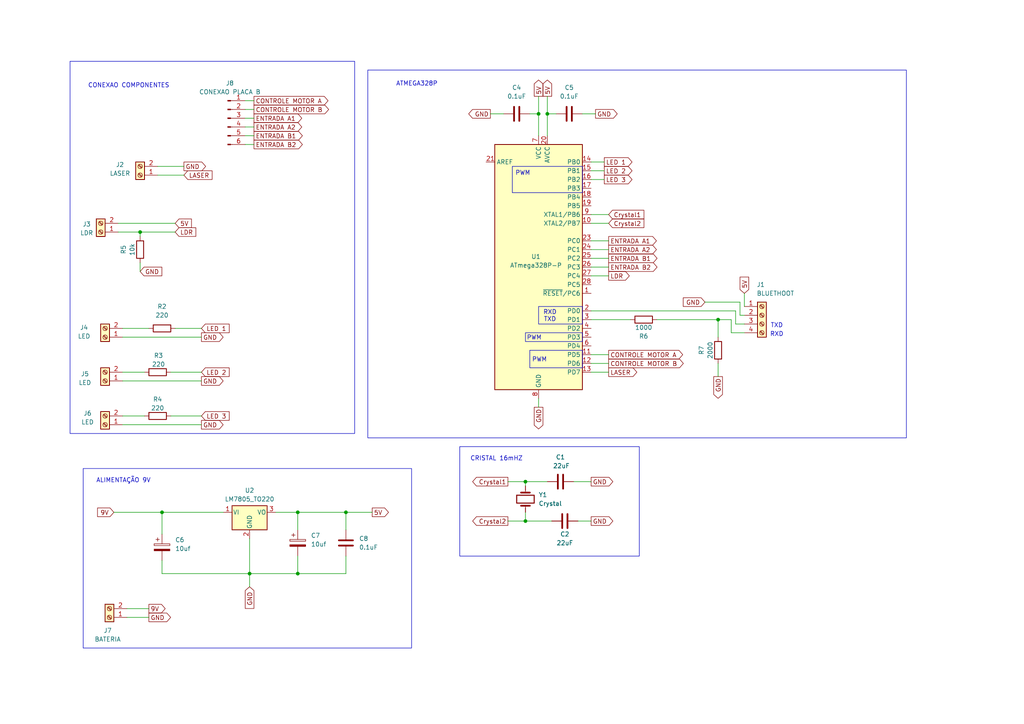
<source format=kicad_sch>
(kicad_sch
	(version 20250114)
	(generator "eeschema")
	(generator_version "9.0")
	(uuid "5f2d0e86-2097-4efa-b068-09fb828a80f7")
	(paper "A4")
	(lib_symbols
		(symbol "Connector:Conn_01x06_Pin"
			(pin_names
				(offset 1.016)
				(hide yes)
			)
			(exclude_from_sim no)
			(in_bom yes)
			(on_board yes)
			(property "Reference" "J"
				(at 0 7.62 0)
				(effects
					(font
						(size 1.27 1.27)
					)
				)
			)
			(property "Value" "Conn_01x06_Pin"
				(at 0 -10.16 0)
				(effects
					(font
						(size 1.27 1.27)
					)
				)
			)
			(property "Footprint" ""
				(at 0 0 0)
				(effects
					(font
						(size 1.27 1.27)
					)
					(hide yes)
				)
			)
			(property "Datasheet" "~"
				(at 0 0 0)
				(effects
					(font
						(size 1.27 1.27)
					)
					(hide yes)
				)
			)
			(property "Description" "Generic connector, single row, 01x06, script generated"
				(at 0 0 0)
				(effects
					(font
						(size 1.27 1.27)
					)
					(hide yes)
				)
			)
			(property "ki_locked" ""
				(at 0 0 0)
				(effects
					(font
						(size 1.27 1.27)
					)
				)
			)
			(property "ki_keywords" "connector"
				(at 0 0 0)
				(effects
					(font
						(size 1.27 1.27)
					)
					(hide yes)
				)
			)
			(property "ki_fp_filters" "Connector*:*_1x??_*"
				(at 0 0 0)
				(effects
					(font
						(size 1.27 1.27)
					)
					(hide yes)
				)
			)
			(symbol "Conn_01x06_Pin_1_1"
				(rectangle
					(start 0.8636 5.207)
					(end 0 4.953)
					(stroke
						(width 0.1524)
						(type default)
					)
					(fill
						(type outline)
					)
				)
				(rectangle
					(start 0.8636 2.667)
					(end 0 2.413)
					(stroke
						(width 0.1524)
						(type default)
					)
					(fill
						(type outline)
					)
				)
				(rectangle
					(start 0.8636 0.127)
					(end 0 -0.127)
					(stroke
						(width 0.1524)
						(type default)
					)
					(fill
						(type outline)
					)
				)
				(rectangle
					(start 0.8636 -2.413)
					(end 0 -2.667)
					(stroke
						(width 0.1524)
						(type default)
					)
					(fill
						(type outline)
					)
				)
				(rectangle
					(start 0.8636 -4.953)
					(end 0 -5.207)
					(stroke
						(width 0.1524)
						(type default)
					)
					(fill
						(type outline)
					)
				)
				(rectangle
					(start 0.8636 -7.493)
					(end 0 -7.747)
					(stroke
						(width 0.1524)
						(type default)
					)
					(fill
						(type outline)
					)
				)
				(polyline
					(pts
						(xy 1.27 5.08) (xy 0.8636 5.08)
					)
					(stroke
						(width 0.1524)
						(type default)
					)
					(fill
						(type none)
					)
				)
				(polyline
					(pts
						(xy 1.27 2.54) (xy 0.8636 2.54)
					)
					(stroke
						(width 0.1524)
						(type default)
					)
					(fill
						(type none)
					)
				)
				(polyline
					(pts
						(xy 1.27 0) (xy 0.8636 0)
					)
					(stroke
						(width 0.1524)
						(type default)
					)
					(fill
						(type none)
					)
				)
				(polyline
					(pts
						(xy 1.27 -2.54) (xy 0.8636 -2.54)
					)
					(stroke
						(width 0.1524)
						(type default)
					)
					(fill
						(type none)
					)
				)
				(polyline
					(pts
						(xy 1.27 -5.08) (xy 0.8636 -5.08)
					)
					(stroke
						(width 0.1524)
						(type default)
					)
					(fill
						(type none)
					)
				)
				(polyline
					(pts
						(xy 1.27 -7.62) (xy 0.8636 -7.62)
					)
					(stroke
						(width 0.1524)
						(type default)
					)
					(fill
						(type none)
					)
				)
				(pin passive line
					(at 5.08 5.08 180)
					(length 3.81)
					(name "Pin_1"
						(effects
							(font
								(size 1.27 1.27)
							)
						)
					)
					(number "1"
						(effects
							(font
								(size 1.27 1.27)
							)
						)
					)
				)
				(pin passive line
					(at 5.08 2.54 180)
					(length 3.81)
					(name "Pin_2"
						(effects
							(font
								(size 1.27 1.27)
							)
						)
					)
					(number "2"
						(effects
							(font
								(size 1.27 1.27)
							)
						)
					)
				)
				(pin passive line
					(at 5.08 0 180)
					(length 3.81)
					(name "Pin_3"
						(effects
							(font
								(size 1.27 1.27)
							)
						)
					)
					(number "3"
						(effects
							(font
								(size 1.27 1.27)
							)
						)
					)
				)
				(pin passive line
					(at 5.08 -2.54 180)
					(length 3.81)
					(name "Pin_4"
						(effects
							(font
								(size 1.27 1.27)
							)
						)
					)
					(number "4"
						(effects
							(font
								(size 1.27 1.27)
							)
						)
					)
				)
				(pin passive line
					(at 5.08 -5.08 180)
					(length 3.81)
					(name "Pin_5"
						(effects
							(font
								(size 1.27 1.27)
							)
						)
					)
					(number "5"
						(effects
							(font
								(size 1.27 1.27)
							)
						)
					)
				)
				(pin passive line
					(at 5.08 -7.62 180)
					(length 3.81)
					(name "Pin_6"
						(effects
							(font
								(size 1.27 1.27)
							)
						)
					)
					(number "6"
						(effects
							(font
								(size 1.27 1.27)
							)
						)
					)
				)
			)
			(embedded_fonts no)
		)
		(symbol "Connector:Screw_Terminal_01x02"
			(pin_names
				(offset 1.016)
				(hide yes)
			)
			(exclude_from_sim no)
			(in_bom yes)
			(on_board yes)
			(property "Reference" "J"
				(at 0 2.54 0)
				(effects
					(font
						(size 1.27 1.27)
					)
				)
			)
			(property "Value" "Screw_Terminal_01x02"
				(at 0 -5.08 0)
				(effects
					(font
						(size 1.27 1.27)
					)
				)
			)
			(property "Footprint" ""
				(at 0 0 0)
				(effects
					(font
						(size 1.27 1.27)
					)
					(hide yes)
				)
			)
			(property "Datasheet" "~"
				(at 0 0 0)
				(effects
					(font
						(size 1.27 1.27)
					)
					(hide yes)
				)
			)
			(property "Description" "Generic screw terminal, single row, 01x02, script generated (kicad-library-utils/schlib/autogen/connector/)"
				(at 0 0 0)
				(effects
					(font
						(size 1.27 1.27)
					)
					(hide yes)
				)
			)
			(property "ki_keywords" "screw terminal"
				(at 0 0 0)
				(effects
					(font
						(size 1.27 1.27)
					)
					(hide yes)
				)
			)
			(property "ki_fp_filters" "TerminalBlock*:*"
				(at 0 0 0)
				(effects
					(font
						(size 1.27 1.27)
					)
					(hide yes)
				)
			)
			(symbol "Screw_Terminal_01x02_1_1"
				(rectangle
					(start -1.27 1.27)
					(end 1.27 -3.81)
					(stroke
						(width 0.254)
						(type default)
					)
					(fill
						(type background)
					)
				)
				(polyline
					(pts
						(xy -0.5334 0.3302) (xy 0.3302 -0.508)
					)
					(stroke
						(width 0.1524)
						(type default)
					)
					(fill
						(type none)
					)
				)
				(polyline
					(pts
						(xy -0.5334 -2.2098) (xy 0.3302 -3.048)
					)
					(stroke
						(width 0.1524)
						(type default)
					)
					(fill
						(type none)
					)
				)
				(polyline
					(pts
						(xy -0.3556 0.508) (xy 0.508 -0.3302)
					)
					(stroke
						(width 0.1524)
						(type default)
					)
					(fill
						(type none)
					)
				)
				(polyline
					(pts
						(xy -0.3556 -2.032) (xy 0.508 -2.8702)
					)
					(stroke
						(width 0.1524)
						(type default)
					)
					(fill
						(type none)
					)
				)
				(circle
					(center 0 0)
					(radius 0.635)
					(stroke
						(width 0.1524)
						(type default)
					)
					(fill
						(type none)
					)
				)
				(circle
					(center 0 -2.54)
					(radius 0.635)
					(stroke
						(width 0.1524)
						(type default)
					)
					(fill
						(type none)
					)
				)
				(pin passive line
					(at -5.08 0 0)
					(length 3.81)
					(name "Pin_1"
						(effects
							(font
								(size 1.27 1.27)
							)
						)
					)
					(number "1"
						(effects
							(font
								(size 1.27 1.27)
							)
						)
					)
				)
				(pin passive line
					(at -5.08 -2.54 0)
					(length 3.81)
					(name "Pin_2"
						(effects
							(font
								(size 1.27 1.27)
							)
						)
					)
					(number "2"
						(effects
							(font
								(size 1.27 1.27)
							)
						)
					)
				)
			)
			(embedded_fonts no)
		)
		(symbol "Connector:Screw_Terminal_01x04"
			(pin_names
				(offset 1.016)
				(hide yes)
			)
			(exclude_from_sim no)
			(in_bom yes)
			(on_board yes)
			(property "Reference" "J"
				(at 0 5.08 0)
				(effects
					(font
						(size 1.27 1.27)
					)
				)
			)
			(property "Value" "Screw_Terminal_01x04"
				(at 0 -7.62 0)
				(effects
					(font
						(size 1.27 1.27)
					)
				)
			)
			(property "Footprint" ""
				(at 0 0 0)
				(effects
					(font
						(size 1.27 1.27)
					)
					(hide yes)
				)
			)
			(property "Datasheet" "~"
				(at 0 0 0)
				(effects
					(font
						(size 1.27 1.27)
					)
					(hide yes)
				)
			)
			(property "Description" "Generic screw terminal, single row, 01x04, script generated (kicad-library-utils/schlib/autogen/connector/)"
				(at 0 0 0)
				(effects
					(font
						(size 1.27 1.27)
					)
					(hide yes)
				)
			)
			(property "ki_keywords" "screw terminal"
				(at 0 0 0)
				(effects
					(font
						(size 1.27 1.27)
					)
					(hide yes)
				)
			)
			(property "ki_fp_filters" "TerminalBlock*:*"
				(at 0 0 0)
				(effects
					(font
						(size 1.27 1.27)
					)
					(hide yes)
				)
			)
			(symbol "Screw_Terminal_01x04_1_1"
				(rectangle
					(start -1.27 3.81)
					(end 1.27 -6.35)
					(stroke
						(width 0.254)
						(type default)
					)
					(fill
						(type background)
					)
				)
				(polyline
					(pts
						(xy -0.5334 2.8702) (xy 0.3302 2.032)
					)
					(stroke
						(width 0.1524)
						(type default)
					)
					(fill
						(type none)
					)
				)
				(polyline
					(pts
						(xy -0.5334 0.3302) (xy 0.3302 -0.508)
					)
					(stroke
						(width 0.1524)
						(type default)
					)
					(fill
						(type none)
					)
				)
				(polyline
					(pts
						(xy -0.5334 -2.2098) (xy 0.3302 -3.048)
					)
					(stroke
						(width 0.1524)
						(type default)
					)
					(fill
						(type none)
					)
				)
				(polyline
					(pts
						(xy -0.5334 -4.7498) (xy 0.3302 -5.588)
					)
					(stroke
						(width 0.1524)
						(type default)
					)
					(fill
						(type none)
					)
				)
				(polyline
					(pts
						(xy -0.3556 3.048) (xy 0.508 2.2098)
					)
					(stroke
						(width 0.1524)
						(type default)
					)
					(fill
						(type none)
					)
				)
				(polyline
					(pts
						(xy -0.3556 0.508) (xy 0.508 -0.3302)
					)
					(stroke
						(width 0.1524)
						(type default)
					)
					(fill
						(type none)
					)
				)
				(polyline
					(pts
						(xy -0.3556 -2.032) (xy 0.508 -2.8702)
					)
					(stroke
						(width 0.1524)
						(type default)
					)
					(fill
						(type none)
					)
				)
				(polyline
					(pts
						(xy -0.3556 -4.572) (xy 0.508 -5.4102)
					)
					(stroke
						(width 0.1524)
						(type default)
					)
					(fill
						(type none)
					)
				)
				(circle
					(center 0 2.54)
					(radius 0.635)
					(stroke
						(width 0.1524)
						(type default)
					)
					(fill
						(type none)
					)
				)
				(circle
					(center 0 0)
					(radius 0.635)
					(stroke
						(width 0.1524)
						(type default)
					)
					(fill
						(type none)
					)
				)
				(circle
					(center 0 -2.54)
					(radius 0.635)
					(stroke
						(width 0.1524)
						(type default)
					)
					(fill
						(type none)
					)
				)
				(circle
					(center 0 -5.08)
					(radius 0.635)
					(stroke
						(width 0.1524)
						(type default)
					)
					(fill
						(type none)
					)
				)
				(pin passive line
					(at -5.08 2.54 0)
					(length 3.81)
					(name "Pin_1"
						(effects
							(font
								(size 1.27 1.27)
							)
						)
					)
					(number "1"
						(effects
							(font
								(size 1.27 1.27)
							)
						)
					)
				)
				(pin passive line
					(at -5.08 0 0)
					(length 3.81)
					(name "Pin_2"
						(effects
							(font
								(size 1.27 1.27)
							)
						)
					)
					(number "2"
						(effects
							(font
								(size 1.27 1.27)
							)
						)
					)
				)
				(pin passive line
					(at -5.08 -2.54 0)
					(length 3.81)
					(name "Pin_3"
						(effects
							(font
								(size 1.27 1.27)
							)
						)
					)
					(number "3"
						(effects
							(font
								(size 1.27 1.27)
							)
						)
					)
				)
				(pin passive line
					(at -5.08 -5.08 0)
					(length 3.81)
					(name "Pin_4"
						(effects
							(font
								(size 1.27 1.27)
							)
						)
					)
					(number "4"
						(effects
							(font
								(size 1.27 1.27)
							)
						)
					)
				)
			)
			(embedded_fonts no)
		)
		(symbol "Device:C"
			(pin_numbers
				(hide yes)
			)
			(pin_names
				(offset 0.254)
			)
			(exclude_from_sim no)
			(in_bom yes)
			(on_board yes)
			(property "Reference" "C"
				(at 0.635 2.54 0)
				(effects
					(font
						(size 1.27 1.27)
					)
					(justify left)
				)
			)
			(property "Value" "C"
				(at 0.635 -2.54 0)
				(effects
					(font
						(size 1.27 1.27)
					)
					(justify left)
				)
			)
			(property "Footprint" ""
				(at 0.9652 -3.81 0)
				(effects
					(font
						(size 1.27 1.27)
					)
					(hide yes)
				)
			)
			(property "Datasheet" "~"
				(at 0 0 0)
				(effects
					(font
						(size 1.27 1.27)
					)
					(hide yes)
				)
			)
			(property "Description" "Unpolarized capacitor"
				(at 0 0 0)
				(effects
					(font
						(size 1.27 1.27)
					)
					(hide yes)
				)
			)
			(property "ki_keywords" "cap capacitor"
				(at 0 0 0)
				(effects
					(font
						(size 1.27 1.27)
					)
					(hide yes)
				)
			)
			(property "ki_fp_filters" "C_*"
				(at 0 0 0)
				(effects
					(font
						(size 1.27 1.27)
					)
					(hide yes)
				)
			)
			(symbol "C_0_1"
				(polyline
					(pts
						(xy -2.032 0.762) (xy 2.032 0.762)
					)
					(stroke
						(width 0.508)
						(type default)
					)
					(fill
						(type none)
					)
				)
				(polyline
					(pts
						(xy -2.032 -0.762) (xy 2.032 -0.762)
					)
					(stroke
						(width 0.508)
						(type default)
					)
					(fill
						(type none)
					)
				)
			)
			(symbol "C_1_1"
				(pin passive line
					(at 0 3.81 270)
					(length 2.794)
					(name "~"
						(effects
							(font
								(size 1.27 1.27)
							)
						)
					)
					(number "1"
						(effects
							(font
								(size 1.27 1.27)
							)
						)
					)
				)
				(pin passive line
					(at 0 -3.81 90)
					(length 2.794)
					(name "~"
						(effects
							(font
								(size 1.27 1.27)
							)
						)
					)
					(number "2"
						(effects
							(font
								(size 1.27 1.27)
							)
						)
					)
				)
			)
			(embedded_fonts no)
		)
		(symbol "Device:C_Polarized"
			(pin_numbers
				(hide yes)
			)
			(pin_names
				(offset 0.254)
			)
			(exclude_from_sim no)
			(in_bom yes)
			(on_board yes)
			(property "Reference" "C"
				(at 0.635 2.54 0)
				(effects
					(font
						(size 1.27 1.27)
					)
					(justify left)
				)
			)
			(property "Value" "C_Polarized"
				(at 0.635 -2.54 0)
				(effects
					(font
						(size 1.27 1.27)
					)
					(justify left)
				)
			)
			(property "Footprint" ""
				(at 0.9652 -3.81 0)
				(effects
					(font
						(size 1.27 1.27)
					)
					(hide yes)
				)
			)
			(property "Datasheet" "~"
				(at 0 0 0)
				(effects
					(font
						(size 1.27 1.27)
					)
					(hide yes)
				)
			)
			(property "Description" "Polarized capacitor"
				(at 0 0 0)
				(effects
					(font
						(size 1.27 1.27)
					)
					(hide yes)
				)
			)
			(property "ki_keywords" "cap capacitor"
				(at 0 0 0)
				(effects
					(font
						(size 1.27 1.27)
					)
					(hide yes)
				)
			)
			(property "ki_fp_filters" "CP_*"
				(at 0 0 0)
				(effects
					(font
						(size 1.27 1.27)
					)
					(hide yes)
				)
			)
			(symbol "C_Polarized_0_1"
				(rectangle
					(start -2.286 0.508)
					(end 2.286 1.016)
					(stroke
						(width 0)
						(type default)
					)
					(fill
						(type none)
					)
				)
				(polyline
					(pts
						(xy -1.778 2.286) (xy -0.762 2.286)
					)
					(stroke
						(width 0)
						(type default)
					)
					(fill
						(type none)
					)
				)
				(polyline
					(pts
						(xy -1.27 2.794) (xy -1.27 1.778)
					)
					(stroke
						(width 0)
						(type default)
					)
					(fill
						(type none)
					)
				)
				(rectangle
					(start 2.286 -0.508)
					(end -2.286 -1.016)
					(stroke
						(width 0)
						(type default)
					)
					(fill
						(type outline)
					)
				)
			)
			(symbol "C_Polarized_1_1"
				(pin passive line
					(at 0 3.81 270)
					(length 2.794)
					(name "~"
						(effects
							(font
								(size 1.27 1.27)
							)
						)
					)
					(number "1"
						(effects
							(font
								(size 1.27 1.27)
							)
						)
					)
				)
				(pin passive line
					(at 0 -3.81 90)
					(length 2.794)
					(name "~"
						(effects
							(font
								(size 1.27 1.27)
							)
						)
					)
					(number "2"
						(effects
							(font
								(size 1.27 1.27)
							)
						)
					)
				)
			)
			(embedded_fonts no)
		)
		(symbol "Device:Crystal"
			(pin_numbers
				(hide yes)
			)
			(pin_names
				(offset 1.016)
				(hide yes)
			)
			(exclude_from_sim no)
			(in_bom yes)
			(on_board yes)
			(property "Reference" "Y"
				(at 0 3.81 0)
				(effects
					(font
						(size 1.27 1.27)
					)
				)
			)
			(property "Value" "Crystal"
				(at 0 -3.81 0)
				(effects
					(font
						(size 1.27 1.27)
					)
				)
			)
			(property "Footprint" ""
				(at 0 0 0)
				(effects
					(font
						(size 1.27 1.27)
					)
					(hide yes)
				)
			)
			(property "Datasheet" "~"
				(at 0 0 0)
				(effects
					(font
						(size 1.27 1.27)
					)
					(hide yes)
				)
			)
			(property "Description" "Two pin crystal"
				(at 0 0 0)
				(effects
					(font
						(size 1.27 1.27)
					)
					(hide yes)
				)
			)
			(property "ki_keywords" "quartz ceramic resonator oscillator"
				(at 0 0 0)
				(effects
					(font
						(size 1.27 1.27)
					)
					(hide yes)
				)
			)
			(property "ki_fp_filters" "Crystal*"
				(at 0 0 0)
				(effects
					(font
						(size 1.27 1.27)
					)
					(hide yes)
				)
			)
			(symbol "Crystal_0_1"
				(polyline
					(pts
						(xy -2.54 0) (xy -1.905 0)
					)
					(stroke
						(width 0)
						(type default)
					)
					(fill
						(type none)
					)
				)
				(polyline
					(pts
						(xy -1.905 -1.27) (xy -1.905 1.27)
					)
					(stroke
						(width 0.508)
						(type default)
					)
					(fill
						(type none)
					)
				)
				(rectangle
					(start -1.143 2.54)
					(end 1.143 -2.54)
					(stroke
						(width 0.3048)
						(type default)
					)
					(fill
						(type none)
					)
				)
				(polyline
					(pts
						(xy 1.905 -1.27) (xy 1.905 1.27)
					)
					(stroke
						(width 0.508)
						(type default)
					)
					(fill
						(type none)
					)
				)
				(polyline
					(pts
						(xy 2.54 0) (xy 1.905 0)
					)
					(stroke
						(width 0)
						(type default)
					)
					(fill
						(type none)
					)
				)
			)
			(symbol "Crystal_1_1"
				(pin passive line
					(at -3.81 0 0)
					(length 1.27)
					(name "1"
						(effects
							(font
								(size 1.27 1.27)
							)
						)
					)
					(number "1"
						(effects
							(font
								(size 1.27 1.27)
							)
						)
					)
				)
				(pin passive line
					(at 3.81 0 180)
					(length 1.27)
					(name "2"
						(effects
							(font
								(size 1.27 1.27)
							)
						)
					)
					(number "2"
						(effects
							(font
								(size 1.27 1.27)
							)
						)
					)
				)
			)
			(embedded_fonts no)
		)
		(symbol "Device:R"
			(pin_numbers
				(hide yes)
			)
			(pin_names
				(offset 0)
			)
			(exclude_from_sim no)
			(in_bom yes)
			(on_board yes)
			(property "Reference" "R"
				(at 2.032 0 90)
				(effects
					(font
						(size 1.27 1.27)
					)
				)
			)
			(property "Value" "R"
				(at 0 0 90)
				(effects
					(font
						(size 1.27 1.27)
					)
				)
			)
			(property "Footprint" ""
				(at -1.778 0 90)
				(effects
					(font
						(size 1.27 1.27)
					)
					(hide yes)
				)
			)
			(property "Datasheet" "~"
				(at 0 0 0)
				(effects
					(font
						(size 1.27 1.27)
					)
					(hide yes)
				)
			)
			(property "Description" "Resistor"
				(at 0 0 0)
				(effects
					(font
						(size 1.27 1.27)
					)
					(hide yes)
				)
			)
			(property "ki_keywords" "R res resistor"
				(at 0 0 0)
				(effects
					(font
						(size 1.27 1.27)
					)
					(hide yes)
				)
			)
			(property "ki_fp_filters" "R_*"
				(at 0 0 0)
				(effects
					(font
						(size 1.27 1.27)
					)
					(hide yes)
				)
			)
			(symbol "R_0_1"
				(rectangle
					(start -1.016 -2.54)
					(end 1.016 2.54)
					(stroke
						(width 0.254)
						(type default)
					)
					(fill
						(type none)
					)
				)
			)
			(symbol "R_1_1"
				(pin passive line
					(at 0 3.81 270)
					(length 1.27)
					(name "~"
						(effects
							(font
								(size 1.27 1.27)
							)
						)
					)
					(number "1"
						(effects
							(font
								(size 1.27 1.27)
							)
						)
					)
				)
				(pin passive line
					(at 0 -3.81 90)
					(length 1.27)
					(name "~"
						(effects
							(font
								(size 1.27 1.27)
							)
						)
					)
					(number "2"
						(effects
							(font
								(size 1.27 1.27)
							)
						)
					)
				)
			)
			(embedded_fonts no)
		)
		(symbol "MCU_Microchip_ATmega:ATmega328P-P"
			(exclude_from_sim no)
			(in_bom yes)
			(on_board yes)
			(property "Reference" "U"
				(at -12.7 36.83 0)
				(effects
					(font
						(size 1.27 1.27)
					)
					(justify left bottom)
				)
			)
			(property "Value" "ATmega328P-P"
				(at 2.54 -36.83 0)
				(effects
					(font
						(size 1.27 1.27)
					)
					(justify left top)
				)
			)
			(property "Footprint" "Package_DIP:DIP-28_W7.62mm"
				(at 0 0 0)
				(effects
					(font
						(size 1.27 1.27)
						(italic yes)
					)
					(hide yes)
				)
			)
			(property "Datasheet" "http://ww1.microchip.com/downloads/en/DeviceDoc/ATmega328_P%20AVR%20MCU%20with%20picoPower%20Technology%20Data%20Sheet%2040001984A.pdf"
				(at 0 0 0)
				(effects
					(font
						(size 1.27 1.27)
					)
					(hide yes)
				)
			)
			(property "Description" "20MHz, 32kB Flash, 2kB SRAM, 1kB EEPROM, DIP-28"
				(at 0 0 0)
				(effects
					(font
						(size 1.27 1.27)
					)
					(hide yes)
				)
			)
			(property "ki_keywords" "AVR 8bit Microcontroller MegaAVR PicoPower"
				(at 0 0 0)
				(effects
					(font
						(size 1.27 1.27)
					)
					(hide yes)
				)
			)
			(property "ki_fp_filters" "DIP*W7.62mm*"
				(at 0 0 0)
				(effects
					(font
						(size 1.27 1.27)
					)
					(hide yes)
				)
			)
			(symbol "ATmega328P-P_0_1"
				(rectangle
					(start -12.7 -35.56)
					(end 12.7 35.56)
					(stroke
						(width 0.254)
						(type default)
					)
					(fill
						(type background)
					)
				)
			)
			(symbol "ATmega328P-P_1_1"
				(pin passive line
					(at -15.24 30.48 0)
					(length 2.54)
					(name "AREF"
						(effects
							(font
								(size 1.27 1.27)
							)
						)
					)
					(number "21"
						(effects
							(font
								(size 1.27 1.27)
							)
						)
					)
				)
				(pin power_in line
					(at 0 38.1 270)
					(length 2.54)
					(name "VCC"
						(effects
							(font
								(size 1.27 1.27)
							)
						)
					)
					(number "7"
						(effects
							(font
								(size 1.27 1.27)
							)
						)
					)
				)
				(pin passive line
					(at 0 -38.1 90)
					(length 2.54)
					(hide yes)
					(name "GND"
						(effects
							(font
								(size 1.27 1.27)
							)
						)
					)
					(number "22"
						(effects
							(font
								(size 1.27 1.27)
							)
						)
					)
				)
				(pin power_in line
					(at 0 -38.1 90)
					(length 2.54)
					(name "GND"
						(effects
							(font
								(size 1.27 1.27)
							)
						)
					)
					(number "8"
						(effects
							(font
								(size 1.27 1.27)
							)
						)
					)
				)
				(pin power_in line
					(at 2.54 38.1 270)
					(length 2.54)
					(name "AVCC"
						(effects
							(font
								(size 1.27 1.27)
							)
						)
					)
					(number "20"
						(effects
							(font
								(size 1.27 1.27)
							)
						)
					)
				)
				(pin bidirectional line
					(at 15.24 30.48 180)
					(length 2.54)
					(name "PB0"
						(effects
							(font
								(size 1.27 1.27)
							)
						)
					)
					(number "14"
						(effects
							(font
								(size 1.27 1.27)
							)
						)
					)
				)
				(pin bidirectional line
					(at 15.24 27.94 180)
					(length 2.54)
					(name "PB1"
						(effects
							(font
								(size 1.27 1.27)
							)
						)
					)
					(number "15"
						(effects
							(font
								(size 1.27 1.27)
							)
						)
					)
				)
				(pin bidirectional line
					(at 15.24 25.4 180)
					(length 2.54)
					(name "PB2"
						(effects
							(font
								(size 1.27 1.27)
							)
						)
					)
					(number "16"
						(effects
							(font
								(size 1.27 1.27)
							)
						)
					)
				)
				(pin bidirectional line
					(at 15.24 22.86 180)
					(length 2.54)
					(name "PB3"
						(effects
							(font
								(size 1.27 1.27)
							)
						)
					)
					(number "17"
						(effects
							(font
								(size 1.27 1.27)
							)
						)
					)
				)
				(pin bidirectional line
					(at 15.24 20.32 180)
					(length 2.54)
					(name "PB4"
						(effects
							(font
								(size 1.27 1.27)
							)
						)
					)
					(number "18"
						(effects
							(font
								(size 1.27 1.27)
							)
						)
					)
				)
				(pin bidirectional line
					(at 15.24 17.78 180)
					(length 2.54)
					(name "PB5"
						(effects
							(font
								(size 1.27 1.27)
							)
						)
					)
					(number "19"
						(effects
							(font
								(size 1.27 1.27)
							)
						)
					)
				)
				(pin bidirectional line
					(at 15.24 15.24 180)
					(length 2.54)
					(name "XTAL1/PB6"
						(effects
							(font
								(size 1.27 1.27)
							)
						)
					)
					(number "9"
						(effects
							(font
								(size 1.27 1.27)
							)
						)
					)
				)
				(pin bidirectional line
					(at 15.24 12.7 180)
					(length 2.54)
					(name "XTAL2/PB7"
						(effects
							(font
								(size 1.27 1.27)
							)
						)
					)
					(number "10"
						(effects
							(font
								(size 1.27 1.27)
							)
						)
					)
				)
				(pin bidirectional line
					(at 15.24 7.62 180)
					(length 2.54)
					(name "PC0"
						(effects
							(font
								(size 1.27 1.27)
							)
						)
					)
					(number "23"
						(effects
							(font
								(size 1.27 1.27)
							)
						)
					)
				)
				(pin bidirectional line
					(at 15.24 5.08 180)
					(length 2.54)
					(name "PC1"
						(effects
							(font
								(size 1.27 1.27)
							)
						)
					)
					(number "24"
						(effects
							(font
								(size 1.27 1.27)
							)
						)
					)
				)
				(pin bidirectional line
					(at 15.24 2.54 180)
					(length 2.54)
					(name "PC2"
						(effects
							(font
								(size 1.27 1.27)
							)
						)
					)
					(number "25"
						(effects
							(font
								(size 1.27 1.27)
							)
						)
					)
				)
				(pin bidirectional line
					(at 15.24 0 180)
					(length 2.54)
					(name "PC3"
						(effects
							(font
								(size 1.27 1.27)
							)
						)
					)
					(number "26"
						(effects
							(font
								(size 1.27 1.27)
							)
						)
					)
				)
				(pin bidirectional line
					(at 15.24 -2.54 180)
					(length 2.54)
					(name "PC4"
						(effects
							(font
								(size 1.27 1.27)
							)
						)
					)
					(number "27"
						(effects
							(font
								(size 1.27 1.27)
							)
						)
					)
				)
				(pin bidirectional line
					(at 15.24 -5.08 180)
					(length 2.54)
					(name "PC5"
						(effects
							(font
								(size 1.27 1.27)
							)
						)
					)
					(number "28"
						(effects
							(font
								(size 1.27 1.27)
							)
						)
					)
				)
				(pin bidirectional line
					(at 15.24 -7.62 180)
					(length 2.54)
					(name "~{RESET}/PC6"
						(effects
							(font
								(size 1.27 1.27)
							)
						)
					)
					(number "1"
						(effects
							(font
								(size 1.27 1.27)
							)
						)
					)
				)
				(pin bidirectional line
					(at 15.24 -12.7 180)
					(length 2.54)
					(name "PD0"
						(effects
							(font
								(size 1.27 1.27)
							)
						)
					)
					(number "2"
						(effects
							(font
								(size 1.27 1.27)
							)
						)
					)
				)
				(pin bidirectional line
					(at 15.24 -15.24 180)
					(length 2.54)
					(name "PD1"
						(effects
							(font
								(size 1.27 1.27)
							)
						)
					)
					(number "3"
						(effects
							(font
								(size 1.27 1.27)
							)
						)
					)
				)
				(pin bidirectional line
					(at 15.24 -17.78 180)
					(length 2.54)
					(name "PD2"
						(effects
							(font
								(size 1.27 1.27)
							)
						)
					)
					(number "4"
						(effects
							(font
								(size 1.27 1.27)
							)
						)
					)
				)
				(pin bidirectional line
					(at 15.24 -20.32 180)
					(length 2.54)
					(name "PD3"
						(effects
							(font
								(size 1.27 1.27)
							)
						)
					)
					(number "5"
						(effects
							(font
								(size 1.27 1.27)
							)
						)
					)
				)
				(pin bidirectional line
					(at 15.24 -22.86 180)
					(length 2.54)
					(name "PD4"
						(effects
							(font
								(size 1.27 1.27)
							)
						)
					)
					(number "6"
						(effects
							(font
								(size 1.27 1.27)
							)
						)
					)
				)
				(pin bidirectional line
					(at 15.24 -25.4 180)
					(length 2.54)
					(name "PD5"
						(effects
							(font
								(size 1.27 1.27)
							)
						)
					)
					(number "11"
						(effects
							(font
								(size 1.27 1.27)
							)
						)
					)
				)
				(pin bidirectional line
					(at 15.24 -27.94 180)
					(length 2.54)
					(name "PD6"
						(effects
							(font
								(size 1.27 1.27)
							)
						)
					)
					(number "12"
						(effects
							(font
								(size 1.27 1.27)
							)
						)
					)
				)
				(pin bidirectional line
					(at 15.24 -30.48 180)
					(length 2.54)
					(name "PD7"
						(effects
							(font
								(size 1.27 1.27)
							)
						)
					)
					(number "13"
						(effects
							(font
								(size 1.27 1.27)
							)
						)
					)
				)
			)
			(embedded_fonts no)
		)
		(symbol "Regulator_Linear:LM7805_TO220"
			(pin_names
				(offset 0.254)
			)
			(exclude_from_sim no)
			(in_bom yes)
			(on_board yes)
			(property "Reference" "U"
				(at -3.81 3.175 0)
				(effects
					(font
						(size 1.27 1.27)
					)
				)
			)
			(property "Value" "LM7805_TO220"
				(at 0 3.175 0)
				(effects
					(font
						(size 1.27 1.27)
					)
					(justify left)
				)
			)
			(property "Footprint" "Package_TO_SOT_THT:TO-220-3_Vertical"
				(at 0 5.715 0)
				(effects
					(font
						(size 1.27 1.27)
						(italic yes)
					)
					(hide yes)
				)
			)
			(property "Datasheet" "https://www.onsemi.cn/PowerSolutions/document/MC7800-D.PDF"
				(at 0 -1.27 0)
				(effects
					(font
						(size 1.27 1.27)
					)
					(hide yes)
				)
			)
			(property "Description" "Positive 1A 35V Linear Regulator, Fixed Output 5V, TO-220"
				(at 0 0 0)
				(effects
					(font
						(size 1.27 1.27)
					)
					(hide yes)
				)
			)
			(property "ki_keywords" "Voltage Regulator 1A Positive"
				(at 0 0 0)
				(effects
					(font
						(size 1.27 1.27)
					)
					(hide yes)
				)
			)
			(property "ki_fp_filters" "TO?220*"
				(at 0 0 0)
				(effects
					(font
						(size 1.27 1.27)
					)
					(hide yes)
				)
			)
			(symbol "LM7805_TO220_0_1"
				(rectangle
					(start -5.08 1.905)
					(end 5.08 -5.08)
					(stroke
						(width 0.254)
						(type default)
					)
					(fill
						(type background)
					)
				)
			)
			(symbol "LM7805_TO220_1_1"
				(pin power_in line
					(at -7.62 0 0)
					(length 2.54)
					(name "VI"
						(effects
							(font
								(size 1.27 1.27)
							)
						)
					)
					(number "1"
						(effects
							(font
								(size 1.27 1.27)
							)
						)
					)
				)
				(pin power_in line
					(at 0 -7.62 90)
					(length 2.54)
					(name "GND"
						(effects
							(font
								(size 1.27 1.27)
							)
						)
					)
					(number "2"
						(effects
							(font
								(size 1.27 1.27)
							)
						)
					)
				)
				(pin power_out line
					(at 7.62 0 180)
					(length 2.54)
					(name "VO"
						(effects
							(font
								(size 1.27 1.27)
							)
						)
					)
					(number "3"
						(effects
							(font
								(size 1.27 1.27)
							)
						)
					)
				)
			)
			(embedded_fonts no)
		)
	)
	(rectangle
		(start 152.4 96.52)
		(end 168.91 99.06)
		(stroke
			(width 0)
			(type default)
		)
		(fill
			(type none)
		)
		(uuid 0e21e44f-7023-4581-9c1c-72baf1f5a0d2)
	)
	(rectangle
		(start 148.59 48.26)
		(end 168.91 55.88)
		(stroke
			(width 0)
			(type default)
		)
		(fill
			(type none)
		)
		(uuid 3097df00-d6e8-4c74-a218-73b132137d82)
	)
	(rectangle
		(start 153.67 101.6)
		(end 168.91 106.68)
		(stroke
			(width 0)
			(type default)
		)
		(fill
			(type none)
		)
		(uuid 3519d170-67e3-4d12-8e75-1a780b0b3a70)
	)
	(rectangle
		(start 133.35 129.54)
		(end 185.42 161.29)
		(stroke
			(width 0)
			(type default)
		)
		(fill
			(type none)
		)
		(uuid 35f3fe09-0484-4529-8ba2-6a1e948f0196)
	)
	(rectangle
		(start 156.21 88.9)
		(end 168.91 93.98)
		(stroke
			(width 0)
			(type default)
		)
		(fill
			(type none)
		)
		(uuid 37423b2d-8b70-484d-94bd-0a416db02f27)
	)
	(rectangle
		(start 24.13 135.89)
		(end 119.38 187.96)
		(stroke
			(width 0)
			(type default)
		)
		(fill
			(type none)
		)
		(uuid 43122859-1dfd-43d3-8ac9-c5b8d582e0ba)
	)
	(rectangle
		(start 20.32 17.78)
		(end 102.87 125.73)
		(stroke
			(width 0)
			(type default)
		)
		(fill
			(type none)
		)
		(uuid 4c1936d1-04f6-43e1-8de2-f71da93a6be2)
	)
	(rectangle
		(start 106.68 20.32)
		(end 262.89 127)
		(stroke
			(width 0)
			(type default)
		)
		(fill
			(type none)
		)
		(uuid c376fb8e-d286-4a63-85dd-b6be2350648d)
	)
	(text "TXD"
		(exclude_from_sim no)
		(at 225.298 94.488 0)
		(effects
			(font
				(size 1.27 1.27)
			)
		)
		(uuid "16de075e-f846-44c2-a7bf-a4d83b2645f9")
	)
	(text "PWM"
		(exclude_from_sim no)
		(at 154.94 98.044 0)
		(effects
			(font
				(size 1.27 1.27)
			)
		)
		(uuid "529a7217-5756-4fdf-a0b6-5e750b4469f0")
	)
	(text "ALIMENTAÇÃO 9V"
		(exclude_from_sim no)
		(at 35.814 139.446 0)
		(effects
			(font
				(size 1.27 1.27)
			)
		)
		(uuid "58a2ac36-9269-45a5-88fa-929b5cf290d2")
	)
	(text "RXD"
		(exclude_from_sim no)
		(at 225.298 97.028 0)
		(effects
			(font
				(size 1.27 1.27)
			)
		)
		(uuid "67321340-f28e-4605-8e28-82f210239196")
	)
	(text "ATMEGA328P"
		(exclude_from_sim no)
		(at 120.904 24.384 0)
		(effects
			(font
				(size 1.27 1.27)
			)
		)
		(uuid "69b33fd9-e643-459d-b381-829039814e3d")
	)
	(text "CONEXAO COMPONENTES"
		(exclude_from_sim no)
		(at 37.338 24.892 0)
		(effects
			(font
				(size 1.27 1.27)
			)
		)
		(uuid "717b519d-0c17-441c-a516-d297c88f3fad")
	)
	(text "RXD\nTXD"
		(exclude_from_sim no)
		(at 159.512 91.694 0)
		(effects
			(font
				(size 1.27 1.27)
			)
		)
		(uuid "7181018d-adbd-4d46-acb9-2dea3964838a")
	)
	(text "CRISTAL 16mHZ"
		(exclude_from_sim no)
		(at 144.018 133.096 0)
		(effects
			(font
				(size 1.27 1.27)
			)
		)
		(uuid "874d2929-1e4f-4b24-ae2c-d3325c953add")
	)
	(text "PWM"
		(exclude_from_sim no)
		(at 151.638 50.292 0)
		(effects
			(font
				(size 1.27 1.27)
			)
		)
		(uuid "b4c6c383-4a3c-4fc0-8d55-ece96a3c4349")
	)
	(text "PWM"
		(exclude_from_sim no)
		(at 156.464 104.394 0)
		(effects
			(font
				(size 1.27 1.27)
			)
		)
		(uuid "d37c9a50-f493-4e7e-beea-861168ae08fc")
	)
	(junction
		(at 158.75 33.02)
		(diameter 0)
		(color 0 0 0 0)
		(uuid "24ca2b14-f807-47e7-959e-a23e51ffda5b")
	)
	(junction
		(at 46.99 148.59)
		(diameter 0)
		(color 0 0 0 0)
		(uuid "304665e9-0f42-4ad9-b89e-4aa77cf88546")
	)
	(junction
		(at 156.21 33.02)
		(diameter 0)
		(color 0 0 0 0)
		(uuid "313bba04-952e-4a63-9247-02ab75a3fd5e")
	)
	(junction
		(at 100.33 148.59)
		(diameter 0)
		(color 0 0 0 0)
		(uuid "38db5b63-74a0-4003-b9ac-e58a561d6540")
	)
	(junction
		(at 152.4 151.13)
		(diameter 0)
		(color 0 0 0 0)
		(uuid "4d25b903-31fb-4f22-ab69-943c8487a28a")
	)
	(junction
		(at 208.28 92.71)
		(diameter 0)
		(color 0 0 0 0)
		(uuid "562b20ea-0d25-4aa7-a765-468a284663d6")
	)
	(junction
		(at 86.36 166.37)
		(diameter 0)
		(color 0 0 0 0)
		(uuid "8a3c4158-1239-461f-83fd-db99f90ab08f")
	)
	(junction
		(at 40.64 67.31)
		(diameter 0)
		(color 0 0 0 0)
		(uuid "9688fc0f-1fd0-4bb9-a227-08f15fbdfdca")
	)
	(junction
		(at 72.39 166.37)
		(diameter 0)
		(color 0 0 0 0)
		(uuid "9d40265b-b122-4270-bc3f-c9ef4b010da1")
	)
	(junction
		(at 152.4 139.7)
		(diameter 0)
		(color 0 0 0 0)
		(uuid "b347d60a-353f-46ec-ab6a-973576545921")
	)
	(junction
		(at 86.36 148.59)
		(diameter 0)
		(color 0 0 0 0)
		(uuid "b4a0fd44-4c6e-4a5e-bb7e-e47b9692e978")
	)
	(wire
		(pts
			(xy 156.21 27.94) (xy 156.21 33.02)
		)
		(stroke
			(width 0)
			(type default)
		)
		(uuid "06c5262b-9e13-49ba-b265-6a63127af41b")
	)
	(wire
		(pts
			(xy 156.21 33.02) (xy 156.21 39.37)
		)
		(stroke
			(width 0)
			(type default)
		)
		(uuid "0788a312-0ca4-4919-8f70-936463bd6260")
	)
	(wire
		(pts
			(xy 158.75 33.02) (xy 158.75 39.37)
		)
		(stroke
			(width 0)
			(type default)
		)
		(uuid "08a3066b-1098-46c4-9d1f-2658271a040e")
	)
	(wire
		(pts
			(xy 171.45 72.39) (xy 176.53 72.39)
		)
		(stroke
			(width 0)
			(type default)
		)
		(uuid "0c93e099-33e3-447b-9c15-0bcf9b0996c0")
	)
	(wire
		(pts
			(xy 213.36 93.98) (xy 215.9 93.98)
		)
		(stroke
			(width 0)
			(type default)
		)
		(uuid "141c54df-8777-4605-a029-23373fe8eb5a")
	)
	(wire
		(pts
			(xy 171.45 80.01) (xy 176.53 80.01)
		)
		(stroke
			(width 0)
			(type default)
		)
		(uuid "141e72b7-c561-469a-8795-fe412a3cf6b6")
	)
	(wire
		(pts
			(xy 171.45 74.93) (xy 176.53 74.93)
		)
		(stroke
			(width 0)
			(type default)
		)
		(uuid "15362ba1-100c-4300-b998-4f70ef58dec4")
	)
	(wire
		(pts
			(xy 45.72 50.8) (xy 53.34 50.8)
		)
		(stroke
			(width 0)
			(type default)
		)
		(uuid "16b47357-dca9-47c1-8055-a90624272def")
	)
	(wire
		(pts
			(xy 34.29 67.31) (xy 40.64 67.31)
		)
		(stroke
			(width 0)
			(type default)
		)
		(uuid "16b4de12-53a3-4009-a78d-e31d9aee7440")
	)
	(wire
		(pts
			(xy 71.12 34.29) (xy 73.66 34.29)
		)
		(stroke
			(width 0)
			(type default)
		)
		(uuid "1ed94a26-00ce-42c0-a335-e20ee82a3c51")
	)
	(wire
		(pts
			(xy 35.56 97.79) (xy 58.42 97.79)
		)
		(stroke
			(width 0)
			(type default)
		)
		(uuid "1f4afb29-88ab-4503-99f9-92b8b6ce43b1")
	)
	(wire
		(pts
			(xy 35.56 95.25) (xy 43.18 95.25)
		)
		(stroke
			(width 0)
			(type default)
		)
		(uuid "1fab26e2-9ed9-4db7-84ff-7e0b08d7fa6e")
	)
	(wire
		(pts
			(xy 46.99 166.37) (xy 72.39 166.37)
		)
		(stroke
			(width 0)
			(type default)
		)
		(uuid "22dddfb2-7640-43cf-ba3e-cb5231dff5fe")
	)
	(wire
		(pts
			(xy 71.12 29.21) (xy 73.66 29.21)
		)
		(stroke
			(width 0)
			(type default)
		)
		(uuid "27a5c907-1435-4403-a69b-f2fd0ee23f37")
	)
	(wire
		(pts
			(xy 72.39 156.21) (xy 72.39 166.37)
		)
		(stroke
			(width 0)
			(type default)
		)
		(uuid "2a325211-c967-482c-a308-861916db8d20")
	)
	(wire
		(pts
			(xy 171.45 90.17) (xy 213.36 90.17)
		)
		(stroke
			(width 0)
			(type default)
		)
		(uuid "2bd87447-6d5d-46cd-b887-80a5b0866bb0")
	)
	(wire
		(pts
			(xy 35.56 123.19) (xy 58.42 123.19)
		)
		(stroke
			(width 0)
			(type default)
		)
		(uuid "2fb17e8a-57ce-4a88-8c26-cd1a98c44fa6")
	)
	(wire
		(pts
			(xy 171.45 52.07) (xy 175.26 52.07)
		)
		(stroke
			(width 0)
			(type default)
		)
		(uuid "347597ba-6a75-494f-bc78-0fbd56690b57")
	)
	(wire
		(pts
			(xy 215.9 85.09) (xy 215.9 88.9)
		)
		(stroke
			(width 0)
			(type default)
		)
		(uuid "35154ba1-593e-4265-9501-e13589c2ffad")
	)
	(wire
		(pts
			(xy 40.64 67.31) (xy 40.64 68.58)
		)
		(stroke
			(width 0)
			(type default)
		)
		(uuid "371009f0-93f0-4c94-98d0-5efb1e6bc69c")
	)
	(wire
		(pts
			(xy 40.64 76.2) (xy 40.64 78.74)
		)
		(stroke
			(width 0)
			(type default)
		)
		(uuid "37b585bd-3a73-46e7-a516-323df7dff3e7")
	)
	(wire
		(pts
			(xy 46.99 162.56) (xy 46.99 166.37)
		)
		(stroke
			(width 0)
			(type default)
		)
		(uuid "37caab7c-5200-4e3d-aa8f-02bea952ad8c")
	)
	(wire
		(pts
			(xy 171.45 69.85) (xy 176.53 69.85)
		)
		(stroke
			(width 0)
			(type default)
		)
		(uuid "38e32cb1-7723-401b-aaae-24dd650d4e99")
	)
	(wire
		(pts
			(xy 86.36 148.59) (xy 86.36 153.67)
		)
		(stroke
			(width 0)
			(type default)
		)
		(uuid "4aa637b5-68d0-4aa7-be32-ac4e2d4e45ca")
	)
	(wire
		(pts
			(xy 213.36 90.17) (xy 213.36 93.98)
		)
		(stroke
			(width 0)
			(type default)
		)
		(uuid "4c0d93cb-7636-4a46-a88b-87ee017eabf6")
	)
	(wire
		(pts
			(xy 40.64 67.31) (xy 50.8 67.31)
		)
		(stroke
			(width 0)
			(type default)
		)
		(uuid "4f9df906-20cc-4ef0-b45b-d2ebe4e89d7b")
	)
	(wire
		(pts
			(xy 158.75 33.02) (xy 161.29 33.02)
		)
		(stroke
			(width 0)
			(type default)
		)
		(uuid "500d0871-666b-4b3f-943a-b76783994b8f")
	)
	(wire
		(pts
			(xy 168.91 33.02) (xy 172.72 33.02)
		)
		(stroke
			(width 0)
			(type default)
		)
		(uuid "52498ee6-dc41-4665-ace6-8f02f0890000")
	)
	(wire
		(pts
			(xy 208.28 92.71) (xy 208.28 97.79)
		)
		(stroke
			(width 0)
			(type default)
		)
		(uuid "5324542e-eae9-4f0e-be2f-c441b373d49d")
	)
	(wire
		(pts
			(xy 100.33 166.37) (xy 86.36 166.37)
		)
		(stroke
			(width 0)
			(type default)
		)
		(uuid "57603ca1-18f0-4421-9b4d-603292921d52")
	)
	(wire
		(pts
			(xy 71.12 39.37) (xy 73.66 39.37)
		)
		(stroke
			(width 0)
			(type default)
		)
		(uuid "5f044a7d-0b85-42f0-9698-91400f5ea842")
	)
	(wire
		(pts
			(xy 72.39 166.37) (xy 72.39 170.18)
		)
		(stroke
			(width 0)
			(type default)
		)
		(uuid "614295f1-f106-44ff-b654-e40b878b0a09")
	)
	(wire
		(pts
			(xy 214.63 91.44) (xy 215.9 91.44)
		)
		(stroke
			(width 0)
			(type default)
		)
		(uuid "6228199d-82d9-49e1-b9a6-9980b22c2220")
	)
	(wire
		(pts
			(xy 167.64 151.13) (xy 171.45 151.13)
		)
		(stroke
			(width 0)
			(type default)
		)
		(uuid "6cda68bb-ff32-408e-a60f-d2bdf1e23bb0")
	)
	(wire
		(pts
			(xy 152.4 148.59) (xy 152.4 151.13)
		)
		(stroke
			(width 0)
			(type default)
		)
		(uuid "6fdf19fe-d64c-444f-943c-de805754ed76")
	)
	(wire
		(pts
			(xy 50.8 95.25) (xy 58.42 95.25)
		)
		(stroke
			(width 0)
			(type default)
		)
		(uuid "721d30e3-9c36-4569-977f-00ca774820d6")
	)
	(wire
		(pts
			(xy 80.01 148.59) (xy 86.36 148.59)
		)
		(stroke
			(width 0)
			(type default)
		)
		(uuid "73adc545-4811-48c4-9696-008683063448")
	)
	(wire
		(pts
			(xy 214.63 87.63) (xy 214.63 91.44)
		)
		(stroke
			(width 0)
			(type default)
		)
		(uuid "7411ce5c-a4f3-4add-bed7-4c6d873396eb")
	)
	(wire
		(pts
			(xy 171.45 64.77) (xy 176.53 64.77)
		)
		(stroke
			(width 0)
			(type default)
		)
		(uuid "7876ab82-2645-4bcb-a340-b99e66c7c1cf")
	)
	(wire
		(pts
			(xy 33.02 148.59) (xy 46.99 148.59)
		)
		(stroke
			(width 0)
			(type default)
		)
		(uuid "7bdf3955-b628-4059-acf7-857cffff8610")
	)
	(wire
		(pts
			(xy 171.45 62.23) (xy 176.53 62.23)
		)
		(stroke
			(width 0)
			(type default)
		)
		(uuid "80c9e6a4-fe56-4ab7-9b27-37981778eaf1")
	)
	(wire
		(pts
			(xy 171.45 49.53) (xy 175.26 49.53)
		)
		(stroke
			(width 0)
			(type default)
		)
		(uuid "8273c32c-12f9-443e-bc06-c51ab4dadbd4")
	)
	(wire
		(pts
			(xy 100.33 148.59) (xy 100.33 153.67)
		)
		(stroke
			(width 0)
			(type default)
		)
		(uuid "848bf044-7e7f-4d79-9a6e-9ee5522890b3")
	)
	(wire
		(pts
			(xy 147.32 139.7) (xy 152.4 139.7)
		)
		(stroke
			(width 0)
			(type default)
		)
		(uuid "85b93cff-495d-4d00-b2de-a3507a559cfb")
	)
	(wire
		(pts
			(xy 171.45 107.95) (xy 176.53 107.95)
		)
		(stroke
			(width 0)
			(type default)
		)
		(uuid "89f39b58-b1ef-48d6-adcf-73f0562a0735")
	)
	(wire
		(pts
			(xy 212.09 92.71) (xy 212.09 96.52)
		)
		(stroke
			(width 0)
			(type default)
		)
		(uuid "8a02f92f-b73e-4b95-ac2e-84eb27bb1964")
	)
	(wire
		(pts
			(xy 71.12 31.75) (xy 73.66 31.75)
		)
		(stroke
			(width 0)
			(type default)
		)
		(uuid "8d9f1bf2-27ee-4db1-86b6-f48e2e7adf1c")
	)
	(wire
		(pts
			(xy 208.28 92.71) (xy 212.09 92.71)
		)
		(stroke
			(width 0)
			(type default)
		)
		(uuid "8dab9a9f-4629-40eb-a4a7-1ec08ecbf0c1")
	)
	(wire
		(pts
			(xy 158.75 27.94) (xy 158.75 33.02)
		)
		(stroke
			(width 0)
			(type default)
		)
		(uuid "8e63de3e-5962-440e-8ae1-fca16dedbef3")
	)
	(wire
		(pts
			(xy 86.36 161.29) (xy 86.36 166.37)
		)
		(stroke
			(width 0)
			(type default)
		)
		(uuid "8f8818a7-b62f-40f0-ba02-a5590d4a7032")
	)
	(wire
		(pts
			(xy 156.21 115.57) (xy 156.21 118.11)
		)
		(stroke
			(width 0)
			(type default)
		)
		(uuid "91df6062-da04-4b25-9529-11efdc1dc520")
	)
	(wire
		(pts
			(xy 35.56 110.49) (xy 58.42 110.49)
		)
		(stroke
			(width 0)
			(type default)
		)
		(uuid "92acb3e4-6055-4469-8764-102480cff5e1")
	)
	(wire
		(pts
			(xy 100.33 148.59) (xy 107.95 148.59)
		)
		(stroke
			(width 0)
			(type default)
		)
		(uuid "9e440599-e84b-4ae8-8cef-abefeca67c27")
	)
	(wire
		(pts
			(xy 71.12 41.91) (xy 73.66 41.91)
		)
		(stroke
			(width 0)
			(type default)
		)
		(uuid "9eb2d2b0-17ce-4d3a-8b02-534bab05e28a")
	)
	(wire
		(pts
			(xy 166.37 139.7) (xy 171.45 139.7)
		)
		(stroke
			(width 0)
			(type default)
		)
		(uuid "a1a4b934-1ded-407f-a204-fa025a0868aa")
	)
	(wire
		(pts
			(xy 171.45 77.47) (xy 176.53 77.47)
		)
		(stroke
			(width 0)
			(type default)
		)
		(uuid "a1a7c29c-ea6f-48d1-9d91-f35c4b71efc8")
	)
	(wire
		(pts
			(xy 212.09 96.52) (xy 215.9 96.52)
		)
		(stroke
			(width 0)
			(type default)
		)
		(uuid "a34ac6ff-96b9-4df0-b4a4-3f07cfdefb57")
	)
	(wire
		(pts
			(xy 152.4 151.13) (xy 160.02 151.13)
		)
		(stroke
			(width 0)
			(type default)
		)
		(uuid "a5cc2ed2-14df-43a4-92d5-fb53a41a3c10")
	)
	(wire
		(pts
			(xy 208.28 105.41) (xy 208.28 109.22)
		)
		(stroke
			(width 0)
			(type default)
		)
		(uuid "ab58ec8e-265e-48ac-9ba6-9694a692e482")
	)
	(wire
		(pts
			(xy 204.47 87.63) (xy 214.63 87.63)
		)
		(stroke
			(width 0)
			(type default)
		)
		(uuid "b1469bd1-4f7b-4981-bef6-1c385ca8309e")
	)
	(wire
		(pts
			(xy 49.53 107.95) (xy 58.42 107.95)
		)
		(stroke
			(width 0)
			(type default)
		)
		(uuid "b16d6698-a91f-4717-a30a-f89f3225c4e6")
	)
	(wire
		(pts
			(xy 171.45 92.71) (xy 182.88 92.71)
		)
		(stroke
			(width 0)
			(type default)
		)
		(uuid "b427b3c7-695e-4059-aa48-3d58548abcca")
	)
	(wire
		(pts
			(xy 86.36 166.37) (xy 72.39 166.37)
		)
		(stroke
			(width 0)
			(type default)
		)
		(uuid "b4d245d2-5109-4cf1-914a-e8e6f96c3418")
	)
	(wire
		(pts
			(xy 171.45 102.87) (xy 176.53 102.87)
		)
		(stroke
			(width 0)
			(type default)
		)
		(uuid "b5b165d1-8518-4f9f-92fd-b1711bbe2297")
	)
	(wire
		(pts
			(xy 46.99 148.59) (xy 64.77 148.59)
		)
		(stroke
			(width 0)
			(type default)
		)
		(uuid "b7485c09-9ad0-4eed-a690-e4b75cf51408")
	)
	(wire
		(pts
			(xy 171.45 46.99) (xy 175.26 46.99)
		)
		(stroke
			(width 0)
			(type default)
		)
		(uuid "c05e0e82-0ef2-4eeb-a000-388bdc5229ab")
	)
	(wire
		(pts
			(xy 45.72 48.26) (xy 53.34 48.26)
		)
		(stroke
			(width 0)
			(type default)
		)
		(uuid "c0e0da54-885e-4605-a11d-3c6325a4b38a")
	)
	(wire
		(pts
			(xy 36.83 176.53) (xy 43.18 176.53)
		)
		(stroke
			(width 0)
			(type default)
		)
		(uuid "c14704bc-c4f7-4c54-9c9a-fb188e128c89")
	)
	(wire
		(pts
			(xy 49.53 120.65) (xy 58.42 120.65)
		)
		(stroke
			(width 0)
			(type default)
		)
		(uuid "c68c98a7-216d-4614-aa1f-5de313c598fe")
	)
	(wire
		(pts
			(xy 100.33 161.29) (xy 100.33 166.37)
		)
		(stroke
			(width 0)
			(type default)
		)
		(uuid "cc126fec-0bca-4392-811a-b107d31dca94")
	)
	(wire
		(pts
			(xy 86.36 148.59) (xy 100.33 148.59)
		)
		(stroke
			(width 0)
			(type default)
		)
		(uuid "d3b0c1ca-0650-42e8-9026-a4d719a52a58")
	)
	(wire
		(pts
			(xy 152.4 139.7) (xy 158.75 139.7)
		)
		(stroke
			(width 0)
			(type default)
		)
		(uuid "d8967849-17aa-439e-803a-c2692b092938")
	)
	(wire
		(pts
			(xy 36.83 179.07) (xy 43.18 179.07)
		)
		(stroke
			(width 0)
			(type default)
		)
		(uuid "d9653e08-ba72-4e7f-a229-6c5cbb39f939")
	)
	(wire
		(pts
			(xy 190.5 92.71) (xy 208.28 92.71)
		)
		(stroke
			(width 0)
			(type default)
		)
		(uuid "db71d08f-07b1-44a9-88c2-215387cba024")
	)
	(wire
		(pts
			(xy 71.12 36.83) (xy 73.66 36.83)
		)
		(stroke
			(width 0)
			(type default)
		)
		(uuid "e1950733-23ca-4779-bb05-f6f356f5a1e8")
	)
	(wire
		(pts
			(xy 46.99 148.59) (xy 46.99 154.94)
		)
		(stroke
			(width 0)
			(type default)
		)
		(uuid "ee582ad3-64bc-4ffd-ab30-d925082ee4af")
	)
	(wire
		(pts
			(xy 153.67 33.02) (xy 156.21 33.02)
		)
		(stroke
			(width 0)
			(type default)
		)
		(uuid "f0f7cdf6-3ef6-47a1-b981-3bc886e80bf8")
	)
	(wire
		(pts
			(xy 171.45 105.41) (xy 176.53 105.41)
		)
		(stroke
			(width 0)
			(type default)
		)
		(uuid "f3662d3e-a495-4b62-ab29-b6e1acd5738f")
	)
	(wire
		(pts
			(xy 35.56 120.65) (xy 41.91 120.65)
		)
		(stroke
			(width 0)
			(type default)
		)
		(uuid "f5c61983-225a-49ab-bc9d-b13821c1905c")
	)
	(wire
		(pts
			(xy 142.24 33.02) (xy 146.05 33.02)
		)
		(stroke
			(width 0)
			(type default)
		)
		(uuid "f75ec8c4-872e-45c8-9034-6026881cf241")
	)
	(wire
		(pts
			(xy 152.4 139.7) (xy 152.4 140.97)
		)
		(stroke
			(width 0)
			(type default)
		)
		(uuid "fcabcbe4-5db7-4613-9557-75420a4ac2a3")
	)
	(wire
		(pts
			(xy 147.32 151.13) (xy 152.4 151.13)
		)
		(stroke
			(width 0)
			(type default)
		)
		(uuid "fda362d3-743e-4bcf-af18-7d9944f3d943")
	)
	(wire
		(pts
			(xy 35.56 107.95) (xy 41.91 107.95)
		)
		(stroke
			(width 0)
			(type default)
		)
		(uuid "fe31e2b7-6568-44ca-b665-90de3d835c45")
	)
	(wire
		(pts
			(xy 34.29 64.77) (xy 50.8 64.77)
		)
		(stroke
			(width 0)
			(type default)
		)
		(uuid "ffffa7bb-3686-4f86-945b-78f4e8606af4")
	)
	(global_label "5V"
		(shape input)
		(at 215.9 85.09 90)
		(fields_autoplaced yes)
		(effects
			(font
				(size 1.27 1.27)
			)
			(justify left)
		)
		(uuid "0569ad7c-709b-4950-8139-07e18dfab23e")
		(property "Intersheetrefs" "${INTERSHEET_REFS}"
			(at 215.9 79.8067 90)
			(effects
				(font
					(size 1.27 1.27)
				)
				(justify left)
				(hide yes)
			)
		)
	)
	(global_label "5V"
		(shape output)
		(at 107.95 148.59 0)
		(fields_autoplaced yes)
		(effects
			(font
				(size 1.27 1.27)
			)
			(justify left)
		)
		(uuid "114f9bee-02af-4cca-8e0f-babac17d8768")
		(property "Intersheetrefs" "${INTERSHEET_REFS}"
			(at 113.2333 148.59 0)
			(effects
				(font
					(size 1.27 1.27)
				)
				(justify left)
				(hide yes)
			)
		)
	)
	(global_label "ENTRADA B1"
		(shape output)
		(at 73.66 39.37 0)
		(fields_autoplaced yes)
		(effects
			(font
				(size 1.27 1.27)
			)
			(justify left)
		)
		(uuid "12b6274e-a044-4b33-9a3d-d884b08d5c04")
		(property "Intersheetrefs" "${INTERSHEET_REFS}"
			(at 88.2566 39.37 0)
			(effects
				(font
					(size 1.27 1.27)
				)
				(justify left)
				(hide yes)
			)
		)
	)
	(global_label "GND"
		(shape output)
		(at 208.28 109.22 270)
		(fields_autoplaced yes)
		(effects
			(font
				(size 1.27 1.27)
			)
			(justify right)
		)
		(uuid "164ff556-a1e4-49b3-86b6-b4d1d5d0a219")
		(property "Intersheetrefs" "${INTERSHEET_REFS}"
			(at 208.28 116.0757 90)
			(effects
				(font
					(size 1.27 1.27)
				)
				(justify right)
				(hide yes)
			)
		)
	)
	(global_label "ENTRADA A2"
		(shape output)
		(at 73.66 36.83 0)
		(fields_autoplaced yes)
		(effects
			(font
				(size 1.27 1.27)
			)
			(justify left)
		)
		(uuid "1c4f273c-5f8d-40a2-b63d-f47bf8ad7457")
		(property "Intersheetrefs" "${INTERSHEET_REFS}"
			(at 88.0752 36.83 0)
			(effects
				(font
					(size 1.27 1.27)
				)
				(justify left)
				(hide yes)
			)
		)
	)
	(global_label "Crystal1"
		(shape input)
		(at 176.53 62.23 0)
		(fields_autoplaced yes)
		(effects
			(font
				(size 1.27 1.27)
			)
			(justify left)
		)
		(uuid "1e794055-fb17-48a9-a749-bec54534285a")
		(property "Intersheetrefs" "${INTERSHEET_REFS}"
			(at 187.3165 62.23 0)
			(effects
				(font
					(size 1.27 1.27)
				)
				(justify left)
				(hide yes)
			)
		)
	)
	(global_label "GND"
		(shape output)
		(at 43.18 179.07 0)
		(fields_autoplaced yes)
		(effects
			(font
				(size 1.27 1.27)
			)
			(justify left)
		)
		(uuid "28dede0c-72e6-43d7-aedc-ef9bf1ec7d67")
		(property "Intersheetrefs" "${INTERSHEET_REFS}"
			(at 50.0357 179.07 0)
			(effects
				(font
					(size 1.27 1.27)
				)
				(justify left)
				(hide yes)
			)
		)
	)
	(global_label "GND"
		(shape output)
		(at 171.45 139.7 0)
		(fields_autoplaced yes)
		(effects
			(font
				(size 1.27 1.27)
			)
			(justify left)
		)
		(uuid "2b16825f-8a65-421c-9c7e-c4a97a2d3440")
		(property "Intersheetrefs" "${INTERSHEET_REFS}"
			(at 178.3057 139.7 0)
			(effects
				(font
					(size 1.27 1.27)
				)
				(justify left)
				(hide yes)
			)
		)
	)
	(global_label "5V"
		(shape output)
		(at 158.75 27.94 90)
		(fields_autoplaced yes)
		(effects
			(font
				(size 1.27 1.27)
			)
			(justify left)
		)
		(uuid "2f30bca2-7113-48ab-a938-f34cb4b7657d")
		(property "Intersheetrefs" "${INTERSHEET_REFS}"
			(at 158.75 22.6567 90)
			(effects
				(font
					(size 1.27 1.27)
				)
				(justify left)
				(hide yes)
			)
		)
	)
	(global_label "LED 3"
		(shape input)
		(at 58.42 120.65 0)
		(fields_autoplaced yes)
		(effects
			(font
				(size 1.27 1.27)
			)
			(justify left)
		)
		(uuid "32ca5b89-f63e-4af7-8416-549f135801da")
		(property "Intersheetrefs" "${INTERSHEET_REFS}"
			(at 67.0294 120.65 0)
			(effects
				(font
					(size 1.27 1.27)
				)
				(justify left)
				(hide yes)
			)
		)
	)
	(global_label "LDR"
		(shape input)
		(at 50.8 67.31 0)
		(fields_autoplaced yes)
		(effects
			(font
				(size 1.27 1.27)
			)
			(justify left)
		)
		(uuid "359ea921-2c6b-4b8a-b045-d236c4868d88")
		(property "Intersheetrefs" "${INTERSHEET_REFS}"
			(at 57.3533 67.31 0)
			(effects
				(font
					(size 1.27 1.27)
				)
				(justify left)
				(hide yes)
			)
		)
	)
	(global_label "GND"
		(shape input)
		(at 40.64 78.74 0)
		(fields_autoplaced yes)
		(effects
			(font
				(size 1.27 1.27)
			)
			(justify left)
		)
		(uuid "39118587-2149-4ba8-a357-37f9d7690af5")
		(property "Intersheetrefs" "${INTERSHEET_REFS}"
			(at 47.4957 78.74 0)
			(effects
				(font
					(size 1.27 1.27)
				)
				(justify left)
				(hide yes)
			)
		)
	)
	(global_label "Crystal2"
		(shape input)
		(at 176.53 64.77 0)
		(fields_autoplaced yes)
		(effects
			(font
				(size 1.27 1.27)
			)
			(justify left)
		)
		(uuid "40aa4cce-ec37-4fb3-b963-ac6bcd815cc5")
		(property "Intersheetrefs" "${INTERSHEET_REFS}"
			(at 187.3165 64.77 0)
			(effects
				(font
					(size 1.27 1.27)
				)
				(justify left)
				(hide yes)
			)
		)
	)
	(global_label "LED 2"
		(shape output)
		(at 175.26 49.53 0)
		(fields_autoplaced yes)
		(effects
			(font
				(size 1.27 1.27)
			)
			(justify left)
		)
		(uuid "43c9593b-2b82-4ba8-bcbd-3535c4045db0")
		(property "Intersheetrefs" "${INTERSHEET_REFS}"
			(at 183.8694 49.53 0)
			(effects
				(font
					(size 1.27 1.27)
				)
				(justify left)
				(hide yes)
			)
		)
	)
	(global_label "9V"
		(shape output)
		(at 43.18 176.53 0)
		(fields_autoplaced yes)
		(effects
			(font
				(size 1.27 1.27)
			)
			(justify left)
		)
		(uuid "43d82716-081c-4d1f-9f80-bdbd7820965f")
		(property "Intersheetrefs" "${INTERSHEET_REFS}"
			(at 48.4633 176.53 0)
			(effects
				(font
					(size 1.27 1.27)
				)
				(justify left)
				(hide yes)
			)
		)
	)
	(global_label "5V"
		(shape input)
		(at 50.8 64.77 0)
		(fields_autoplaced yes)
		(effects
			(font
				(size 1.27 1.27)
			)
			(justify left)
		)
		(uuid "4760c4ac-c7ce-4808-b8b4-f4228422c0e0")
		(property "Intersheetrefs" "${INTERSHEET_REFS}"
			(at 56.0833 64.77 0)
			(effects
				(font
					(size 1.27 1.27)
				)
				(justify left)
				(hide yes)
			)
		)
	)
	(global_label "LED 1"
		(shape input)
		(at 58.42 95.25 0)
		(fields_autoplaced yes)
		(effects
			(font
				(size 1.27 1.27)
			)
			(justify left)
		)
		(uuid "5e0ee134-8bb0-4dc5-9ea0-ffdf7ed8c7ae")
		(property "Intersheetrefs" "${INTERSHEET_REFS}"
			(at 67.0294 95.25 0)
			(effects
				(font
					(size 1.27 1.27)
				)
				(justify left)
				(hide yes)
			)
		)
	)
	(global_label "LED 3"
		(shape output)
		(at 175.26 52.07 0)
		(fields_autoplaced yes)
		(effects
			(font
				(size 1.27 1.27)
			)
			(justify left)
		)
		(uuid "71c473d7-e66e-4417-86c4-c34f8074d0c5")
		(property "Intersheetrefs" "${INTERSHEET_REFS}"
			(at 183.8694 52.07 0)
			(effects
				(font
					(size 1.27 1.27)
				)
				(justify left)
				(hide yes)
			)
		)
	)
	(global_label "Crystal1"
		(shape output)
		(at 147.32 139.7 180)
		(fields_autoplaced yes)
		(effects
			(font
				(size 1.27 1.27)
			)
			(justify right)
		)
		(uuid "760a0bb3-af2b-4a58-9f23-8f86d347ff5c")
		(property "Intersheetrefs" "${INTERSHEET_REFS}"
			(at 136.5335 139.7 0)
			(effects
				(font
					(size 1.27 1.27)
				)
				(justify right)
				(hide yes)
			)
		)
	)
	(global_label "ENTRADA B2"
		(shape output)
		(at 73.66 41.91 0)
		(fields_autoplaced yes)
		(effects
			(font
				(size 1.27 1.27)
			)
			(justify left)
		)
		(uuid "854cc909-c94f-488c-a67d-e6b0f45d9402")
		(property "Intersheetrefs" "${INTERSHEET_REFS}"
			(at 88.2566 41.91 0)
			(effects
				(font
					(size 1.27 1.27)
				)
				(justify left)
				(hide yes)
			)
		)
	)
	(global_label "CONTROLE MOTOR A"
		(shape output)
		(at 73.66 29.21 0)
		(fields_autoplaced yes)
		(effects
			(font
				(size 1.27 1.27)
			)
			(justify left)
		)
		(uuid "89785517-aa58-41ac-8b55-65102d9075f3")
		(property "Intersheetrefs" "${INTERSHEET_REFS}"
			(at 95.6952 29.21 0)
			(effects
				(font
					(size 1.27 1.27)
				)
				(justify left)
				(hide yes)
			)
		)
	)
	(global_label "LDR"
		(shape output)
		(at 176.53 80.01 0)
		(fields_autoplaced yes)
		(effects
			(font
				(size 1.27 1.27)
			)
			(justify left)
		)
		(uuid "8a90b91c-179b-4820-9ebc-62571f36f8b8")
		(property "Intersheetrefs" "${INTERSHEET_REFS}"
			(at 183.0833 80.01 0)
			(effects
				(font
					(size 1.27 1.27)
				)
				(justify left)
				(hide yes)
			)
		)
	)
	(global_label "LASER"
		(shape output)
		(at 176.53 107.95 0)
		(fields_autoplaced yes)
		(effects
			(font
				(size 1.27 1.27)
			)
			(justify left)
		)
		(uuid "97d2e6bb-4798-4e02-a1b3-6fec93998f38")
		(property "Intersheetrefs" "${INTERSHEET_REFS}"
			(at 185.2604 107.95 0)
			(effects
				(font
					(size 1.27 1.27)
				)
				(justify left)
				(hide yes)
			)
		)
	)
	(global_label "ENTRADA B2"
		(shape output)
		(at 176.53 77.47 0)
		(fields_autoplaced yes)
		(effects
			(font
				(size 1.27 1.27)
			)
			(justify left)
		)
		(uuid "9c21a735-5348-4ac8-bad6-9ca135b6a4c5")
		(property "Intersheetrefs" "${INTERSHEET_REFS}"
			(at 191.1266 77.47 0)
			(effects
				(font
					(size 1.27 1.27)
				)
				(justify left)
				(hide yes)
			)
		)
	)
	(global_label "CONTROLE MOTOR B"
		(shape output)
		(at 73.66 31.75 0)
		(fields_autoplaced yes)
		(effects
			(font
				(size 1.27 1.27)
			)
			(justify left)
		)
		(uuid "9e75e539-8f3b-4046-bfec-cda4c995d179")
		(property "Intersheetrefs" "${INTERSHEET_REFS}"
			(at 95.8766 31.75 0)
			(effects
				(font
					(size 1.27 1.27)
				)
				(justify left)
				(hide yes)
			)
		)
	)
	(global_label "GND"
		(shape output)
		(at 58.42 123.19 0)
		(fields_autoplaced yes)
		(effects
			(font
				(size 1.27 1.27)
			)
			(justify left)
		)
		(uuid "9f9aacba-1204-4524-bcf0-5fe3ea7dd6de")
		(property "Intersheetrefs" "${INTERSHEET_REFS}"
			(at 65.2757 123.19 0)
			(effects
				(font
					(size 1.27 1.27)
				)
				(justify left)
				(hide yes)
			)
		)
	)
	(global_label "GND"
		(shape output)
		(at 142.24 33.02 180)
		(fields_autoplaced yes)
		(effects
			(font
				(size 1.27 1.27)
			)
			(justify right)
		)
		(uuid "a919cbb4-d6e1-4b30-8a98-158e6df55052")
		(property "Intersheetrefs" "${INTERSHEET_REFS}"
			(at 135.3843 33.02 0)
			(effects
				(font
					(size 1.27 1.27)
				)
				(justify right)
				(hide yes)
			)
		)
	)
	(global_label "GND"
		(shape output)
		(at 53.34 48.26 0)
		(fields_autoplaced yes)
		(effects
			(font
				(size 1.27 1.27)
			)
			(justify left)
		)
		(uuid "a94cbaed-6d57-4928-9dd8-820e6ef1a39c")
		(property "Intersheetrefs" "${INTERSHEET_REFS}"
			(at 60.1957 48.26 0)
			(effects
				(font
					(size 1.27 1.27)
				)
				(justify left)
				(hide yes)
			)
		)
	)
	(global_label "5V"
		(shape output)
		(at 156.21 27.94 90)
		(fields_autoplaced yes)
		(effects
			(font
				(size 1.27 1.27)
			)
			(justify left)
		)
		(uuid "addd59d5-fed3-4d34-9fee-835d55f96184")
		(property "Intersheetrefs" "${INTERSHEET_REFS}"
			(at 156.21 22.6567 90)
			(effects
				(font
					(size 1.27 1.27)
				)
				(justify left)
				(hide yes)
			)
		)
	)
	(global_label "Crystal2"
		(shape output)
		(at 147.32 151.13 180)
		(fields_autoplaced yes)
		(effects
			(font
				(size 1.27 1.27)
			)
			(justify right)
		)
		(uuid "ae1b38ed-33f4-4e30-b690-5405deb46155")
		(property "Intersheetrefs" "${INTERSHEET_REFS}"
			(at 136.5335 151.13 0)
			(effects
				(font
					(size 1.27 1.27)
				)
				(justify right)
				(hide yes)
			)
		)
	)
	(global_label "GND"
		(shape input)
		(at 204.47 87.63 180)
		(fields_autoplaced yes)
		(effects
			(font
				(size 1.27 1.27)
			)
			(justify right)
		)
		(uuid "b211443f-686d-48b8-824e-9571031cbeda")
		(property "Intersheetrefs" "${INTERSHEET_REFS}"
			(at 197.6143 87.63 0)
			(effects
				(font
					(size 1.27 1.27)
				)
				(justify right)
				(hide yes)
			)
		)
	)
	(global_label "LASER"
		(shape input)
		(at 53.34 50.8 0)
		(fields_autoplaced yes)
		(effects
			(font
				(size 1.27 1.27)
			)
			(justify left)
		)
		(uuid "b2d648ae-1548-4687-a11c-e48be6e6d9c0")
		(property "Intersheetrefs" "${INTERSHEET_REFS}"
			(at 62.0704 50.8 0)
			(effects
				(font
					(size 1.27 1.27)
				)
				(justify left)
				(hide yes)
			)
		)
	)
	(global_label "ENTRADA A1"
		(shape output)
		(at 176.53 69.85 0)
		(fields_autoplaced yes)
		(effects
			(font
				(size 1.27 1.27)
			)
			(justify left)
		)
		(uuid "bb9b7fd3-6b08-4e6b-8287-dc05d5a2b342")
		(property "Intersheetrefs" "${INTERSHEET_REFS}"
			(at 190.9452 69.85 0)
			(effects
				(font
					(size 1.27 1.27)
				)
				(justify left)
				(hide yes)
			)
		)
	)
	(global_label "GND"
		(shape input)
		(at 72.39 170.18 270)
		(fields_autoplaced yes)
		(effects
			(font
				(size 1.27 1.27)
			)
			(justify right)
		)
		(uuid "bc5da37d-fea9-4018-b5a0-6289b1901aef")
		(property "Intersheetrefs" "${INTERSHEET_REFS}"
			(at 72.39 177.0357 90)
			(effects
				(font
					(size 1.27 1.27)
				)
				(justify right)
				(hide yes)
			)
		)
	)
	(global_label "GND"
		(shape output)
		(at 58.42 97.79 0)
		(fields_autoplaced yes)
		(effects
			(font
				(size 1.27 1.27)
			)
			(justify left)
		)
		(uuid "c7a90df8-8a56-4074-860e-6469260b8e12")
		(property "Intersheetrefs" "${INTERSHEET_REFS}"
			(at 65.2757 97.79 0)
			(effects
				(font
					(size 1.27 1.27)
				)
				(justify left)
				(hide yes)
			)
		)
	)
	(global_label "GND"
		(shape output)
		(at 172.72 33.02 0)
		(fields_autoplaced yes)
		(effects
			(font
				(size 1.27 1.27)
			)
			(justify left)
		)
		(uuid "d2140d03-d0bb-410e-88ed-dd73cd400540")
		(property "Intersheetrefs" "${INTERSHEET_REFS}"
			(at 179.5757 33.02 0)
			(effects
				(font
					(size 1.27 1.27)
				)
				(justify left)
				(hide yes)
			)
		)
	)
	(global_label "GND"
		(shape output)
		(at 171.45 151.13 0)
		(fields_autoplaced yes)
		(effects
			(font
				(size 1.27 1.27)
			)
			(justify left)
		)
		(uuid "d7e73e21-7b18-4ce2-b866-4341f0ba0630")
		(property "Intersheetrefs" "${INTERSHEET_REFS}"
			(at 178.3057 151.13 0)
			(effects
				(font
					(size 1.27 1.27)
				)
				(justify left)
				(hide yes)
			)
		)
	)
	(global_label "ENTRADA A1"
		(shape output)
		(at 73.66 34.29 0)
		(fields_autoplaced yes)
		(effects
			(font
				(size 1.27 1.27)
			)
			(justify left)
		)
		(uuid "d8410633-bb36-4dad-a8f1-1af140682d87")
		(property "Intersheetrefs" "${INTERSHEET_REFS}"
			(at 88.0752 34.29 0)
			(effects
				(font
					(size 1.27 1.27)
				)
				(justify left)
				(hide yes)
			)
		)
	)
	(global_label "CONTROLE MOTOR B"
		(shape output)
		(at 176.53 105.41 0)
		(fields_autoplaced yes)
		(effects
			(font
				(size 1.27 1.27)
			)
			(justify left)
		)
		(uuid "dc1f7b22-a18f-426e-be5a-a21761647461")
		(property "Intersheetrefs" "${INTERSHEET_REFS}"
			(at 198.7466 105.41 0)
			(effects
				(font
					(size 1.27 1.27)
				)
				(justify left)
				(hide yes)
			)
		)
	)
	(global_label "9V"
		(shape input)
		(at 33.02 148.59 180)
		(fields_autoplaced yes)
		(effects
			(font
				(size 1.27 1.27)
			)
			(justify right)
		)
		(uuid "e4a81e24-3461-4a4c-aa24-f9e50e28629a")
		(property "Intersheetrefs" "${INTERSHEET_REFS}"
			(at 27.7367 148.59 0)
			(effects
				(font
					(size 1.27 1.27)
				)
				(justify right)
				(hide yes)
			)
		)
	)
	(global_label "LED 2"
		(shape input)
		(at 58.42 107.95 0)
		(fields_autoplaced yes)
		(effects
			(font
				(size 1.27 1.27)
			)
			(justify left)
		)
		(uuid "e916f5dc-c978-46b9-be4a-11aa0c78cba1")
		(property "Intersheetrefs" "${INTERSHEET_REFS}"
			(at 67.0294 107.95 0)
			(effects
				(font
					(size 1.27 1.27)
				)
				(justify left)
				(hide yes)
			)
		)
	)
	(global_label "CONTROLE MOTOR A"
		(shape output)
		(at 176.53 102.87 0)
		(fields_autoplaced yes)
		(effects
			(font
				(size 1.27 1.27)
			)
			(justify left)
		)
		(uuid "eac13663-ee52-478e-86df-e4d1dabaa374")
		(property "Intersheetrefs" "${INTERSHEET_REFS}"
			(at 198.5652 102.87 0)
			(effects
				(font
					(size 1.27 1.27)
				)
				(justify left)
				(hide yes)
			)
		)
	)
	(global_label "ENTRADA A2"
		(shape output)
		(at 176.53 72.39 0)
		(fields_autoplaced yes)
		(effects
			(font
				(size 1.27 1.27)
			)
			(justify left)
		)
		(uuid "ef334079-9132-4a63-8ecf-2d9b05b2bfb3")
		(property "Intersheetrefs" "${INTERSHEET_REFS}"
			(at 190.9452 72.39 0)
			(effects
				(font
					(size 1.27 1.27)
				)
				(justify left)
				(hide yes)
			)
		)
	)
	(global_label "ENTRADA B1"
		(shape output)
		(at 176.53 74.93 0)
		(fields_autoplaced yes)
		(effects
			(font
				(size 1.27 1.27)
			)
			(justify left)
		)
		(uuid "f0050b45-3324-494f-9d68-4ec8886bae2f")
		(property "Intersheetrefs" "${INTERSHEET_REFS}"
			(at 191.1266 74.93 0)
			(effects
				(font
					(size 1.27 1.27)
				)
				(justify left)
				(hide yes)
			)
		)
	)
	(global_label "LED 1"
		(shape output)
		(at 175.26 46.99 0)
		(fields_autoplaced yes)
		(effects
			(font
				(size 1.27 1.27)
			)
			(justify left)
		)
		(uuid "f3aba486-d478-4fe0-9e7b-af003bccec8d")
		(property "Intersheetrefs" "${INTERSHEET_REFS}"
			(at 183.8694 46.99 0)
			(effects
				(font
					(size 1.27 1.27)
				)
				(justify left)
				(hide yes)
			)
		)
	)
	(global_label "GND"
		(shape output)
		(at 58.42 110.49 0)
		(fields_autoplaced yes)
		(effects
			(font
				(size 1.27 1.27)
			)
			(justify left)
		)
		(uuid "fcb0b467-d929-4f67-92b7-1b14b3f038b3")
		(property "Intersheetrefs" "${INTERSHEET_REFS}"
			(at 65.2757 110.49 0)
			(effects
				(font
					(size 1.27 1.27)
				)
				(justify left)
				(hide yes)
			)
		)
	)
	(global_label "GND"
		(shape output)
		(at 156.21 118.11 270)
		(fields_autoplaced yes)
		(effects
			(font
				(size 1.27 1.27)
			)
			(justify right)
		)
		(uuid "fcd8bb1a-7d2d-42bd-9681-aff826c5b891")
		(property "Intersheetrefs" "${INTERSHEET_REFS}"
			(at 156.21 124.9657 90)
			(effects
				(font
					(size 1.27 1.27)
				)
				(justify right)
				(hide yes)
			)
		)
	)
	(symbol
		(lib_id "Device:R")
		(at 40.64 72.39 180)
		(unit 1)
		(exclude_from_sim no)
		(in_bom yes)
		(on_board yes)
		(dnp no)
		(uuid "036fcc19-24d4-4246-97b9-ae60d4737a65")
		(property "Reference" "R5"
			(at 35.814 72.39 90)
			(effects
				(font
					(size 1.27 1.27)
				)
			)
		)
		(property "Value" "10k"
			(at 38.354 72.39 90)
			(effects
				(font
					(size 1.27 1.27)
				)
			)
		)
		(property "Footprint" "Resistor_THT:R_Axial_DIN0204_L3.6mm_D1.6mm_P7.62mm_Horizontal"
			(at 42.418 72.39 90)
			(effects
				(font
					(size 1.27 1.27)
				)
				(hide yes)
			)
		)
		(property "Datasheet" "~"
			(at 40.64 72.39 0)
			(effects
				(font
					(size 1.27 1.27)
				)
				(hide yes)
			)
		)
		(property "Description" "Resistor"
			(at 40.64 72.39 0)
			(effects
				(font
					(size 1.27 1.27)
				)
				(hide yes)
			)
		)
		(pin "2"
			(uuid "d2edd454-de87-435c-9e80-661b157fa514")
		)
		(pin "1"
			(uuid "41d5fbc0-492f-44cb-b09e-bfb1413a01b1")
		)
		(instances
			(project "esquematico-superatt"
				(path "/5f2d0e86-2097-4efa-b068-09fb828a80f7"
					(reference "R5")
					(unit 1)
				)
			)
		)
	)
	(symbol
		(lib_id "Connector:Screw_Terminal_01x02")
		(at 31.75 179.07 180)
		(unit 1)
		(exclude_from_sim no)
		(in_bom yes)
		(on_board yes)
		(dnp no)
		(uuid "0f045d11-9614-4a54-9486-5cf466da2214")
		(property "Reference" "J7"
			(at 31.242 182.88 0)
			(effects
				(font
					(size 1.27 1.27)
				)
			)
		)
		(property "Value" "BATERIA"
			(at 31.242 185.42 0)
			(effects
				(font
					(size 1.27 1.27)
				)
			)
		)
		(property "Footprint" "TerminalBlock:TerminalBlock_bornier-2_P5.08mm"
			(at 31.75 179.07 0)
			(effects
				(font
					(size 1.27 1.27)
				)
				(hide yes)
			)
		)
		(property "Datasheet" "~"
			(at 31.75 179.07 0)
			(effects
				(font
					(size 1.27 1.27)
				)
				(hide yes)
			)
		)
		(property "Description" "Generic screw terminal, single row, 01x02, script generated (kicad-library-utils/schlib/autogen/connector/)"
			(at 31.75 179.07 0)
			(effects
				(font
					(size 1.27 1.27)
				)
				(hide yes)
			)
		)
		(pin "2"
			(uuid "689525c8-065d-4ed3-a57a-2b769f2bfd6d")
		)
		(pin "1"
			(uuid "ced40f63-72a2-43dd-a97d-5d50e2b74930")
		)
		(instances
			(project "esquematico-superatt"
				(path "/5f2d0e86-2097-4efa-b068-09fb828a80f7"
					(reference "J7")
					(unit 1)
				)
			)
		)
	)
	(symbol
		(lib_id "Device:R")
		(at 45.72 107.95 90)
		(unit 1)
		(exclude_from_sim no)
		(in_bom yes)
		(on_board yes)
		(dnp no)
		(uuid "13003b9f-64f6-4cf8-93fc-c66298538f96")
		(property "Reference" "R3"
			(at 45.974 103.124 90)
			(effects
				(font
					(size 1.27 1.27)
				)
			)
		)
		(property "Value" "220"
			(at 45.974 105.664 90)
			(effects
				(font
					(size 1.27 1.27)
				)
			)
		)
		(property "Footprint" "Resistor_THT:R_Axial_DIN0204_L3.6mm_D1.6mm_P7.62mm_Horizontal"
			(at 45.72 109.728 90)
			(effects
				(font
					(size 1.27 1.27)
				)
				(hide yes)
			)
		)
		(property "Datasheet" "~"
			(at 45.72 107.95 0)
			(effects
				(font
					(size 1.27 1.27)
				)
				(hide yes)
			)
		)
		(property "Description" "Resistor"
			(at 45.72 107.95 0)
			(effects
				(font
					(size 1.27 1.27)
				)
				(hide yes)
			)
		)
		(pin "2"
			(uuid "472f43c3-d80f-4133-be57-dd1f0ac72fe3")
		)
		(pin "1"
			(uuid "9d2c826a-fd35-46ae-b2a5-7b26e9985a6d")
		)
		(instances
			(project "esquematico-superatt"
				(path "/5f2d0e86-2097-4efa-b068-09fb828a80f7"
					(reference "R3")
					(unit 1)
				)
			)
		)
	)
	(symbol
		(lib_id "Regulator_Linear:LM7805_TO220")
		(at 72.39 148.59 0)
		(unit 1)
		(exclude_from_sim no)
		(in_bom yes)
		(on_board yes)
		(dnp no)
		(fields_autoplaced yes)
		(uuid "17260f7a-3d25-4171-af91-40ee0cea9929")
		(property "Reference" "U2"
			(at 72.39 142.24 0)
			(effects
				(font
					(size 1.27 1.27)
				)
			)
		)
		(property "Value" "LM7805_TO220"
			(at 72.39 144.78 0)
			(effects
				(font
					(size 1.27 1.27)
				)
			)
		)
		(property "Footprint" "Package_TO_SOT_THT:TO-220-3_Vertical"
			(at 72.39 142.875 0)
			(effects
				(font
					(size 1.27 1.27)
					(italic yes)
				)
				(hide yes)
			)
		)
		(property "Datasheet" "https://www.onsemi.cn/PowerSolutions/document/MC7800-D.PDF"
			(at 72.39 149.86 0)
			(effects
				(font
					(size 1.27 1.27)
				)
				(hide yes)
			)
		)
		(property "Description" "Positive 1A 35V Linear Regulator, Fixed Output 5V, TO-220"
			(at 72.39 148.59 0)
			(effects
				(font
					(size 1.27 1.27)
				)
				(hide yes)
			)
		)
		(pin "3"
			(uuid "61c6220a-84e2-409c-b9a2-4aead509d223")
		)
		(pin "1"
			(uuid "43fb4124-5cd3-448c-95f8-ab3774453612")
		)
		(pin "2"
			(uuid "c41a6f25-8f14-439a-86c7-797062d3474b")
		)
		(instances
			(project "esquematico-superatt"
				(path "/5f2d0e86-2097-4efa-b068-09fb828a80f7"
					(reference "U2")
					(unit 1)
				)
			)
		)
	)
	(symbol
		(lib_id "Connector:Conn_01x06_Pin")
		(at 66.04 34.29 0)
		(unit 1)
		(exclude_from_sim no)
		(in_bom yes)
		(on_board yes)
		(dnp no)
		(fields_autoplaced yes)
		(uuid "3a76c126-a413-4592-bb90-65458dc3ff1d")
		(property "Reference" "J8"
			(at 66.675 24.13 0)
			(effects
				(font
					(size 1.27 1.27)
				)
			)
		)
		(property "Value" "CONEXAO PLACA B"
			(at 66.675 26.67 0)
			(effects
				(font
					(size 1.27 1.27)
				)
			)
		)
		(property "Footprint" "Connector_PinHeader_2.54mm:PinHeader_1x06_P2.54mm_Vertical"
			(at 66.04 34.29 0)
			(effects
				(font
					(size 1.27 1.27)
				)
				(hide yes)
			)
		)
		(property "Datasheet" "~"
			(at 66.04 34.29 0)
			(effects
				(font
					(size 1.27 1.27)
				)
				(hide yes)
			)
		)
		(property "Description" "Generic connector, single row, 01x06, script generated"
			(at 66.04 34.29 0)
			(effects
				(font
					(size 1.27 1.27)
				)
				(hide yes)
			)
		)
		(pin "3"
			(uuid "95a83f0c-9caa-41f9-823d-46624fa7b803")
		)
		(pin "1"
			(uuid "d35821a1-8cfa-40ab-9c4f-9c0b85e181fb")
		)
		(pin "2"
			(uuid "7c94d49f-2087-4e92-9907-310f8a140e9e")
		)
		(pin "5"
			(uuid "2e19d82a-393b-47a3-ac38-ee369b411d68")
		)
		(pin "6"
			(uuid "f4231294-89d5-4243-992b-d9d00e1c393f")
		)
		(pin "4"
			(uuid "a83968d5-5157-4ab8-a5ee-ba1d28c7145b")
		)
		(instances
			(project "esquematico-superatt"
				(path "/5f2d0e86-2097-4efa-b068-09fb828a80f7"
					(reference "J8")
					(unit 1)
				)
			)
		)
	)
	(symbol
		(lib_id "Device:C")
		(at 162.56 139.7 90)
		(unit 1)
		(exclude_from_sim no)
		(in_bom yes)
		(on_board yes)
		(dnp no)
		(uuid "44d3d18d-ed0a-4220-828c-44b9bcc553e5")
		(property "Reference" "C1"
			(at 162.56 132.588 90)
			(effects
				(font
					(size 1.27 1.27)
				)
			)
		)
		(property "Value" "22uF"
			(at 162.814 135.128 90)
			(effects
				(font
					(size 1.27 1.27)
				)
			)
		)
		(property "Footprint" "Capacitor_THT:CP_Radial_D7.5mm_P2.50mm"
			(at 166.37 138.7348 0)
			(effects
				(font
					(size 1.27 1.27)
				)
				(hide yes)
			)
		)
		(property "Datasheet" "~"
			(at 162.56 139.7 0)
			(effects
				(font
					(size 1.27 1.27)
				)
				(hide yes)
			)
		)
		(property "Description" "Unpolarized capacitor"
			(at 162.56 139.7 0)
			(effects
				(font
					(size 1.27 1.27)
				)
				(hide yes)
			)
		)
		(pin "2"
			(uuid "a9e9a78d-8d56-4731-8787-b587c12a37aa")
		)
		(pin "1"
			(uuid "2e92dbef-046b-4f0f-a3d3-94da7910f95b")
		)
		(instances
			(project "esquematico-superatt"
				(path "/5f2d0e86-2097-4efa-b068-09fb828a80f7"
					(reference "C1")
					(unit 1)
				)
			)
		)
	)
	(symbol
		(lib_id "Device:R")
		(at 46.99 95.25 90)
		(unit 1)
		(exclude_from_sim no)
		(in_bom yes)
		(on_board yes)
		(dnp no)
		(fields_autoplaced yes)
		(uuid "4682cbe1-1632-4909-923c-d15f41ee0588")
		(property "Reference" "R2"
			(at 46.99 88.9 90)
			(effects
				(font
					(size 1.27 1.27)
				)
			)
		)
		(property "Value" "220"
			(at 46.99 91.44 90)
			(effects
				(font
					(size 1.27 1.27)
				)
			)
		)
		(property "Footprint" "Resistor_THT:R_Axial_DIN0204_L3.6mm_D1.6mm_P7.62mm_Horizontal"
			(at 46.99 97.028 90)
			(effects
				(font
					(size 1.27 1.27)
				)
				(hide yes)
			)
		)
		(property "Datasheet" "~"
			(at 46.99 95.25 0)
			(effects
				(font
					(size 1.27 1.27)
				)
				(hide yes)
			)
		)
		(property "Description" "Resistor"
			(at 46.99 95.25 0)
			(effects
				(font
					(size 1.27 1.27)
				)
				(hide yes)
			)
		)
		(pin "2"
			(uuid "c89d20dd-2984-45aa-9e90-4b906dd8056c")
		)
		(pin "1"
			(uuid "eb8dfefa-4040-4885-aaaa-59d1f2fa075e")
		)
		(instances
			(project "esquematico-superatt"
				(path "/5f2d0e86-2097-4efa-b068-09fb828a80f7"
					(reference "R2")
					(unit 1)
				)
			)
		)
	)
	(symbol
		(lib_id "Device:C")
		(at 100.33 157.48 180)
		(unit 1)
		(exclude_from_sim no)
		(in_bom yes)
		(on_board yes)
		(dnp no)
		(fields_autoplaced yes)
		(uuid "560456b3-d751-4cb5-8b26-06655821931d")
		(property "Reference" "C8"
			(at 104.14 156.2099 0)
			(effects
				(font
					(size 1.27 1.27)
				)
				(justify right)
			)
		)
		(property "Value" "0.1uF"
			(at 104.14 158.7499 0)
			(effects
				(font
					(size 1.27 1.27)
				)
				(justify right)
			)
		)
		(property "Footprint" "Capacitor_THT:CP_Radial_D7.5mm_P2.50mm"
			(at 99.3648 153.67 0)
			(effects
				(font
					(size 1.27 1.27)
				)
				(hide yes)
			)
		)
		(property "Datasheet" "~"
			(at 100.33 157.48 0)
			(effects
				(font
					(size 1.27 1.27)
				)
				(hide yes)
			)
		)
		(property "Description" "Unpolarized capacitor"
			(at 100.33 157.48 0)
			(effects
				(font
					(size 1.27 1.27)
				)
				(hide yes)
			)
		)
		(pin "2"
			(uuid "569de78d-b761-4100-b8de-30cc2b88cd88")
		)
		(pin "1"
			(uuid "2f1f2883-f927-455b-8e5b-54cc527ed5ef")
		)
		(instances
			(project "esquematico-superatt"
				(path "/5f2d0e86-2097-4efa-b068-09fb828a80f7"
					(reference "C8")
					(unit 1)
				)
			)
		)
	)
	(symbol
		(lib_id "Device:R")
		(at 208.28 101.6 180)
		(unit 1)
		(exclude_from_sim no)
		(in_bom yes)
		(on_board yes)
		(dnp no)
		(uuid "5d55790d-cfdf-45cd-a6dd-85435d37a40b")
		(property "Reference" "R7"
			(at 203.454 101.6 90)
			(effects
				(font
					(size 1.27 1.27)
				)
			)
		)
		(property "Value" "2000"
			(at 205.994 101.6 90)
			(effects
				(font
					(size 1.27 1.27)
				)
			)
		)
		(property "Footprint" "Resistor_THT:R_Axial_DIN0204_L3.6mm_D1.6mm_P7.62mm_Horizontal"
			(at 210.058 101.6 90)
			(effects
				(font
					(size 1.27 1.27)
				)
				(hide yes)
			)
		)
		(property "Datasheet" "~"
			(at 208.28 101.6 0)
			(effects
				(font
					(size 1.27 1.27)
				)
				(hide yes)
			)
		)
		(property "Description" "Resistor"
			(at 208.28 101.6 0)
			(effects
				(font
					(size 1.27 1.27)
				)
				(hide yes)
			)
		)
		(pin "2"
			(uuid "74ac103b-134c-4dd1-a3a4-4569a2508b03")
		)
		(pin "1"
			(uuid "bf467956-6330-49da-a909-f0e727af7c33")
		)
		(instances
			(project "esquematico-superatt"
				(path "/5f2d0e86-2097-4efa-b068-09fb828a80f7"
					(reference "R7")
					(unit 1)
				)
			)
		)
	)
	(symbol
		(lib_id "Device:C_Polarized")
		(at 86.36 157.48 0)
		(unit 1)
		(exclude_from_sim no)
		(in_bom yes)
		(on_board yes)
		(dnp no)
		(fields_autoplaced yes)
		(uuid "62bdb54a-e658-4517-8b18-0b0873f3ebd1")
		(property "Reference" "C7"
			(at 90.17 155.3209 0)
			(effects
				(font
					(size 1.27 1.27)
				)
				(justify left)
			)
		)
		(property "Value" "10uf"
			(at 90.17 157.8609 0)
			(effects
				(font
					(size 1.27 1.27)
				)
				(justify left)
			)
		)
		(property "Footprint" "Capacitor_THT:CP_Radial_D7.5mm_P2.50mm"
			(at 87.3252 161.29 0)
			(effects
				(font
					(size 1.27 1.27)
				)
				(hide yes)
			)
		)
		(property "Datasheet" "~"
			(at 86.36 157.48 0)
			(effects
				(font
					(size 1.27 1.27)
				)
				(hide yes)
			)
		)
		(property "Description" "Polarized capacitor"
			(at 86.36 157.48 0)
			(effects
				(font
					(size 1.27 1.27)
				)
				(hide yes)
			)
		)
		(pin "2"
			(uuid "ef8d085f-b233-49d6-8256-c0f5a2e85200")
		)
		(pin "1"
			(uuid "c88c8b18-a7d9-4e4f-ae37-a17cc2c5b10a")
		)
		(instances
			(project "esquematico-superatt"
				(path "/5f2d0e86-2097-4efa-b068-09fb828a80f7"
					(reference "C7")
					(unit 1)
				)
			)
		)
	)
	(symbol
		(lib_id "Device:C")
		(at 149.86 33.02 270)
		(unit 1)
		(exclude_from_sim no)
		(in_bom yes)
		(on_board yes)
		(dnp no)
		(fields_autoplaced yes)
		(uuid "639d9be2-82a2-4f97-9c78-aff2a29336bf")
		(property "Reference" "C4"
			(at 149.86 25.4 90)
			(effects
				(font
					(size 1.27 1.27)
				)
			)
		)
		(property "Value" "0.1uF"
			(at 149.86 27.94 90)
			(effects
				(font
					(size 1.27 1.27)
				)
			)
		)
		(property "Footprint" "Capacitor_THT:CP_Radial_D7.5mm_P2.50mm"
			(at 146.05 33.9852 0)
			(effects
				(font
					(size 1.27 1.27)
				)
				(hide yes)
			)
		)
		(property "Datasheet" "~"
			(at 149.86 33.02 0)
			(effects
				(font
					(size 1.27 1.27)
				)
				(hide yes)
			)
		)
		(property "Description" "Unpolarized capacitor"
			(at 149.86 33.02 0)
			(effects
				(font
					(size 1.27 1.27)
				)
				(hide yes)
			)
		)
		(pin "2"
			(uuid "6c22aa8b-1ec4-4a3b-b152-0a9043afdca3")
		)
		(pin "1"
			(uuid "e076bbfa-8735-4b23-87f0-80fb32b785dd")
		)
		(instances
			(project "esquematico-superatt"
				(path "/5f2d0e86-2097-4efa-b068-09fb828a80f7"
					(reference "C4")
					(unit 1)
				)
			)
		)
	)
	(symbol
		(lib_id "Device:R")
		(at 186.69 92.71 270)
		(unit 1)
		(exclude_from_sim no)
		(in_bom yes)
		(on_board yes)
		(dnp no)
		(uuid "7b627f72-fb2a-4576-a276-1899bf06e2ec")
		(property "Reference" "R6"
			(at 186.69 97.536 90)
			(effects
				(font
					(size 1.27 1.27)
				)
			)
		)
		(property "Value" "1000"
			(at 186.69 94.996 90)
			(effects
				(font
					(size 1.27 1.27)
				)
			)
		)
		(property "Footprint" "Resistor_THT:R_Axial_DIN0204_L3.6mm_D1.6mm_P7.62mm_Horizontal"
			(at 186.69 90.932 90)
			(effects
				(font
					(size 1.27 1.27)
				)
				(hide yes)
			)
		)
		(property "Datasheet" "~"
			(at 186.69 92.71 0)
			(effects
				(font
					(size 1.27 1.27)
				)
				(hide yes)
			)
		)
		(property "Description" "Resistor"
			(at 186.69 92.71 0)
			(effects
				(font
					(size 1.27 1.27)
				)
				(hide yes)
			)
		)
		(pin "2"
			(uuid "2682d78f-bcdd-43a4-9d3b-44bc9ce1aad8")
		)
		(pin "1"
			(uuid "e329dcb4-f6b6-492f-be06-202c2a0c314b")
		)
		(instances
			(project "esquematico-superatt"
				(path "/5f2d0e86-2097-4efa-b068-09fb828a80f7"
					(reference "R6")
					(unit 1)
				)
			)
		)
	)
	(symbol
		(lib_id "Connector:Screw_Terminal_01x04")
		(at 220.98 91.44 0)
		(unit 1)
		(exclude_from_sim no)
		(in_bom yes)
		(on_board yes)
		(dnp no)
		(uuid "805e3198-c150-4f06-a4cf-828132ad1a5f")
		(property "Reference" "J1"
			(at 219.456 82.55 0)
			(effects
				(font
					(size 1.27 1.27)
				)
				(justify left)
			)
		)
		(property "Value" "BLUETHOOT"
			(at 219.456 85.09 0)
			(effects
				(font
					(size 1.27 1.27)
				)
				(justify left)
			)
		)
		(property "Footprint" "TerminalBlock:TerminalBlock_bornier-4_P5.08mm"
			(at 220.98 91.44 0)
			(effects
				(font
					(size 1.27 1.27)
				)
				(hide yes)
			)
		)
		(property "Datasheet" "~"
			(at 220.98 91.44 0)
			(effects
				(font
					(size 1.27 1.27)
				)
				(hide yes)
			)
		)
		(property "Description" "Generic screw terminal, single row, 01x04, script generated (kicad-library-utils/schlib/autogen/connector/)"
			(at 220.98 91.44 0)
			(effects
				(font
					(size 1.27 1.27)
				)
				(hide yes)
			)
		)
		(pin "1"
			(uuid "a90c15aa-5d03-4728-ac1b-33a0c5388266")
		)
		(pin "3"
			(uuid "87fb7961-4637-4756-ae0c-2a8562081d71")
		)
		(pin "4"
			(uuid "9a86b949-ed13-4d54-b478-34ab6b6c5a1a")
		)
		(pin "2"
			(uuid "10a957e7-60d2-43f7-97d0-47a081bbbf3a")
		)
		(instances
			(project ""
				(path "/5f2d0e86-2097-4efa-b068-09fb828a80f7"
					(reference "J1")
					(unit 1)
				)
			)
		)
	)
	(symbol
		(lib_id "Connector:Screw_Terminal_01x02")
		(at 30.48 97.79 180)
		(unit 1)
		(exclude_from_sim no)
		(in_bom yes)
		(on_board yes)
		(dnp no)
		(uuid "88afa0d6-8ab6-4542-b19e-2fb612def7e9")
		(property "Reference" "J4"
			(at 24.384 94.996 0)
			(effects
				(font
					(size 1.27 1.27)
				)
			)
		)
		(property "Value" "LED"
			(at 24.384 97.536 0)
			(effects
				(font
					(size 1.27 1.27)
				)
			)
		)
		(property "Footprint" "TerminalBlock:TerminalBlock_bornier-2_P5.08mm"
			(at 30.48 97.79 0)
			(effects
				(font
					(size 1.27 1.27)
				)
				(hide yes)
			)
		)
		(property "Datasheet" "~"
			(at 30.48 97.79 0)
			(effects
				(font
					(size 1.27 1.27)
				)
				(hide yes)
			)
		)
		(property "Description" "Generic screw terminal, single row, 01x02, script generated (kicad-library-utils/schlib/autogen/connector/)"
			(at 30.48 97.79 0)
			(effects
				(font
					(size 1.27 1.27)
				)
				(hide yes)
			)
		)
		(pin "2"
			(uuid "5cf58ba8-2bb2-4d4c-94c3-3bb826a74059")
		)
		(pin "1"
			(uuid "dae59f96-8c63-4331-a27e-125e95200bf4")
		)
		(instances
			(project "esquematico-superatt"
				(path "/5f2d0e86-2097-4efa-b068-09fb828a80f7"
					(reference "J4")
					(unit 1)
				)
			)
		)
	)
	(symbol
		(lib_id "Device:Crystal")
		(at 152.4 144.78 90)
		(unit 1)
		(exclude_from_sim no)
		(in_bom yes)
		(on_board yes)
		(dnp no)
		(fields_autoplaced yes)
		(uuid "8f3110df-2961-4ae1-a217-06cd2de00866")
		(property "Reference" "Y1"
			(at 156.21 143.5099 90)
			(effects
				(font
					(size 1.27 1.27)
				)
				(justify right)
			)
		)
		(property "Value" "Crystal"
			(at 156.21 146.0499 90)
			(effects
				(font
					(size 1.27 1.27)
				)
				(justify right)
			)
		)
		(property "Footprint" "Crystal:Crystal_HC49-U_Vertical"
			(at 152.4 144.78 0)
			(effects
				(font
					(size 1.27 1.27)
				)
				(hide yes)
			)
		)
		(property "Datasheet" "~"
			(at 152.4 144.78 0)
			(effects
				(font
					(size 1.27 1.27)
				)
				(hide yes)
			)
		)
		(property "Description" "Two pin crystal"
			(at 152.4 144.78 0)
			(effects
				(font
					(size 1.27 1.27)
				)
				(hide yes)
			)
		)
		(pin "2"
			(uuid "4489cefe-529f-4433-85e8-61fed7ca9e2c")
		)
		(pin "1"
			(uuid "f3cdbbb6-640b-4410-bcc1-6cbdad3af6d6")
		)
		(instances
			(project "esquematico-superatt"
				(path "/5f2d0e86-2097-4efa-b068-09fb828a80f7"
					(reference "Y1")
					(unit 1)
				)
			)
		)
	)
	(symbol
		(lib_id "Connector:Screw_Terminal_01x02")
		(at 29.21 67.31 180)
		(unit 1)
		(exclude_from_sim no)
		(in_bom yes)
		(on_board yes)
		(dnp no)
		(uuid "9787dbe9-ba51-46f9-993d-cb8863989256")
		(property "Reference" "J3"
			(at 25.146 65.024 0)
			(effects
				(font
					(size 1.27 1.27)
				)
			)
		)
		(property "Value" "LDR"
			(at 25.146 67.564 0)
			(effects
				(font
					(size 1.27 1.27)
				)
			)
		)
		(property "Footprint" "TerminalBlock:TerminalBlock_bornier-2_P5.08mm"
			(at 29.21 67.31 0)
			(effects
				(font
					(size 1.27 1.27)
				)
				(hide yes)
			)
		)
		(property "Datasheet" "~"
			(at 29.21 67.31 0)
			(effects
				(font
					(size 1.27 1.27)
				)
				(hide yes)
			)
		)
		(property "Description" "Generic screw terminal, single row, 01x02, script generated (kicad-library-utils/schlib/autogen/connector/)"
			(at 29.21 67.31 0)
			(effects
				(font
					(size 1.27 1.27)
				)
				(hide yes)
			)
		)
		(pin "2"
			(uuid "5a76ef56-b19e-4466-bf4c-90b71771fa38")
		)
		(pin "1"
			(uuid "bfe8775e-266b-4cf5-a39b-4c22e7998b9a")
		)
		(instances
			(project "esquematico-superatt"
				(path "/5f2d0e86-2097-4efa-b068-09fb828a80f7"
					(reference "J3")
					(unit 1)
				)
			)
		)
	)
	(symbol
		(lib_id "MCU_Microchip_ATmega:ATmega328P-P")
		(at 156.21 77.47 0)
		(unit 1)
		(exclude_from_sim no)
		(in_bom yes)
		(on_board yes)
		(dnp no)
		(uuid "affd9cb3-73e1-4637-8059-27e8f3b8dc1d")
		(property "Reference" "U1"
			(at 155.448 74.422 0)
			(effects
				(font
					(size 1.27 1.27)
				)
			)
		)
		(property "Value" "ATmega328P-P"
			(at 155.448 76.962 0)
			(effects
				(font
					(size 1.27 1.27)
				)
			)
		)
		(property "Footprint" "Package_DIP:DIP-28_W7.62mm"
			(at 156.21 77.47 0)
			(effects
				(font
					(size 1.27 1.27)
					(italic yes)
				)
				(hide yes)
			)
		)
		(property "Datasheet" "http://ww1.microchip.com/downloads/en/DeviceDoc/ATmega328_P%20AVR%20MCU%20with%20picoPower%20Technology%20Data%20Sheet%2040001984A.pdf"
			(at 156.21 77.47 0)
			(effects
				(font
					(size 1.27 1.27)
				)
				(hide yes)
			)
		)
		(property "Description" "20MHz, 32kB Flash, 2kB SRAM, 1kB EEPROM, DIP-28"
			(at 156.21 77.47 0)
			(effects
				(font
					(size 1.27 1.27)
				)
				(hide yes)
			)
		)
		(pin "14"
			(uuid "7a31b15f-396e-4ba5-bdbd-63877e01fca1")
		)
		(pin "15"
			(uuid "8135a3fd-1abc-40dd-9fbc-d71a021830ce")
		)
		(pin "16"
			(uuid "cf9ba99b-95ca-44ca-807d-af99ce6d62e8")
		)
		(pin "22"
			(uuid "179fb58f-f762-40c3-8dae-110282691dd5")
		)
		(pin "20"
			(uuid "8cdb54f1-c928-441e-8df9-03bd5d40dc08")
		)
		(pin "17"
			(uuid "3dfe6822-5e49-49e6-8115-859e4fbbc130")
		)
		(pin "18"
			(uuid "e8f21c32-4d48-4aea-b8fb-149284aadd16")
		)
		(pin "9"
			(uuid "4ad49c19-ffa2-41fa-96c5-62509baa2358")
		)
		(pin "10"
			(uuid "3e74f52f-d286-4d4e-a2da-61f7f80e464a")
		)
		(pin "21"
			(uuid "076d8cc2-fd64-4a1e-9c95-0ceb913a2e25")
		)
		(pin "7"
			(uuid "647215ce-2926-43e9-8b6c-cede20ade61d")
		)
		(pin "19"
			(uuid "02907d9b-6f51-4519-978c-d9f893af8131")
		)
		(pin "8"
			(uuid "a2fef7f7-2c25-4f7c-bc9b-752249d2dff7")
		)
		(pin "23"
			(uuid "fa2f72a0-0c96-483f-a32e-308924bc1a62")
		)
		(pin "27"
			(uuid "2418c8e0-ed86-435a-aa2c-c31377848986")
		)
		(pin "12"
			(uuid "d47934ac-4c72-47b5-8157-d9bc0d383d86")
		)
		(pin "25"
			(uuid "296bc655-e2a6-4ca1-9e45-0152df059753")
		)
		(pin "5"
			(uuid "744ead97-8607-46f6-a412-4779a90cdfbf")
		)
		(pin "28"
			(uuid "f777c981-dd86-4f3a-88b0-86b61c57ad33")
		)
		(pin "11"
			(uuid "40519bee-a749-4151-b8e1-347ac68f3027")
		)
		(pin "24"
			(uuid "2853e7fd-706b-441e-93a6-b3e7f6688529")
		)
		(pin "26"
			(uuid "d1ff641c-6e8b-4d2e-8fcd-29b821aba388")
		)
		(pin "2"
			(uuid "63029ff5-41a4-4093-84df-d749af4782ef")
		)
		(pin "4"
			(uuid "9e8290c4-5229-450c-8ec7-39a8cac50fac")
		)
		(pin "3"
			(uuid "60fd8c91-8d79-445d-bed3-f49ac7d2e57f")
		)
		(pin "1"
			(uuid "80d55169-c44e-43d3-9014-9e943eb37962")
		)
		(pin "6"
			(uuid "e85d8e05-b2fd-4afb-990c-e3d948b37cdc")
		)
		(pin "13"
			(uuid "7e669a7d-044c-4611-a6eb-a60db60f3476")
		)
		(instances
			(project "esquematico-superatt"
				(path "/5f2d0e86-2097-4efa-b068-09fb828a80f7"
					(reference "U1")
					(unit 1)
				)
			)
		)
	)
	(symbol
		(lib_id "Connector:Screw_Terminal_01x02")
		(at 30.48 110.49 180)
		(unit 1)
		(exclude_from_sim no)
		(in_bom yes)
		(on_board yes)
		(dnp no)
		(uuid "b1d7fb7a-c948-47f4-94f8-264977311322")
		(property "Reference" "J5"
			(at 24.638 108.458 0)
			(effects
				(font
					(size 1.27 1.27)
				)
			)
		)
		(property "Value" "LED"
			(at 24.638 110.998 0)
			(effects
				(font
					(size 1.27 1.27)
				)
			)
		)
		(property "Footprint" "TerminalBlock:TerminalBlock_bornier-2_P5.08mm"
			(at 30.48 110.49 0)
			(effects
				(font
					(size 1.27 1.27)
				)
				(hide yes)
			)
		)
		(property "Datasheet" "~"
			(at 30.48 110.49 0)
			(effects
				(font
					(size 1.27 1.27)
				)
				(hide yes)
			)
		)
		(property "Description" "Generic screw terminal, single row, 01x02, script generated (kicad-library-utils/schlib/autogen/connector/)"
			(at 30.48 110.49 0)
			(effects
				(font
					(size 1.27 1.27)
				)
				(hide yes)
			)
		)
		(pin "2"
			(uuid "edc36576-badb-4d62-93c7-14e49829cfb0")
		)
		(pin "1"
			(uuid "084f5c21-002c-448e-bd42-d19145a90a3a")
		)
		(instances
			(project "esquematico-superatt"
				(path "/5f2d0e86-2097-4efa-b068-09fb828a80f7"
					(reference "J5")
					(unit 1)
				)
			)
		)
	)
	(symbol
		(lib_id "Connector:Screw_Terminal_01x02")
		(at 40.64 50.8 180)
		(unit 1)
		(exclude_from_sim no)
		(in_bom yes)
		(on_board yes)
		(dnp no)
		(uuid "b354d44a-6040-4905-9612-7d9beb864055")
		(property "Reference" "J2"
			(at 34.798 47.752 0)
			(effects
				(font
					(size 1.27 1.27)
				)
			)
		)
		(property "Value" "LASER"
			(at 34.798 50.292 0)
			(effects
				(font
					(size 1.27 1.27)
				)
			)
		)
		(property "Footprint" "TerminalBlock:TerminalBlock_bornier-2_P5.08mm"
			(at 40.64 50.8 0)
			(effects
				(font
					(size 1.27 1.27)
				)
				(hide yes)
			)
		)
		(property "Datasheet" "~"
			(at 40.64 50.8 0)
			(effects
				(font
					(size 1.27 1.27)
				)
				(hide yes)
			)
		)
		(property "Description" "Generic screw terminal, single row, 01x02, script generated (kicad-library-utils/schlib/autogen/connector/)"
			(at 40.64 50.8 0)
			(effects
				(font
					(size 1.27 1.27)
				)
				(hide yes)
			)
		)
		(pin "2"
			(uuid "fccc4a8c-b396-4bd2-b060-bc9aca68e829")
		)
		(pin "1"
			(uuid "81ee390f-4d5c-496e-8227-e8e56fd79009")
		)
		(instances
			(project "esquematico-superatt"
				(path "/5f2d0e86-2097-4efa-b068-09fb828a80f7"
					(reference "J2")
					(unit 1)
				)
			)
		)
	)
	(symbol
		(lib_id "Device:C")
		(at 165.1 33.02 270)
		(unit 1)
		(exclude_from_sim no)
		(in_bom yes)
		(on_board yes)
		(dnp no)
		(fields_autoplaced yes)
		(uuid "ca9e2610-e6b1-4627-b271-df83cd61409d")
		(property "Reference" "C5"
			(at 165.1 25.4 90)
			(effects
				(font
					(size 1.27 1.27)
				)
			)
		)
		(property "Value" "0.1uF"
			(at 165.1 27.94 90)
			(effects
				(font
					(size 1.27 1.27)
				)
			)
		)
		(property "Footprint" "Capacitor_THT:CP_Radial_D7.5mm_P2.50mm"
			(at 161.29 33.9852 0)
			(effects
				(font
					(size 1.27 1.27)
				)
				(hide yes)
			)
		)
		(property "Datasheet" "~"
			(at 165.1 33.02 0)
			(effects
				(font
					(size 1.27 1.27)
				)
				(hide yes)
			)
		)
		(property "Description" "Unpolarized capacitor"
			(at 165.1 33.02 0)
			(effects
				(font
					(size 1.27 1.27)
				)
				(hide yes)
			)
		)
		(pin "2"
			(uuid "e0cd3fa5-aa21-444d-8bac-9d6c8b683880")
		)
		(pin "1"
			(uuid "1030109f-79c4-4b59-b29f-2883047489bb")
		)
		(instances
			(project "esquematico-superatt"
				(path "/5f2d0e86-2097-4efa-b068-09fb828a80f7"
					(reference "C5")
					(unit 1)
				)
			)
		)
	)
	(symbol
		(lib_id "Device:R")
		(at 45.72 120.65 90)
		(unit 1)
		(exclude_from_sim no)
		(in_bom yes)
		(on_board yes)
		(dnp no)
		(uuid "d378adea-1f49-4aad-b44d-d04f9b9b85c8")
		(property "Reference" "R4"
			(at 45.72 115.824 90)
			(effects
				(font
					(size 1.27 1.27)
				)
			)
		)
		(property "Value" "220"
			(at 45.72 118.364 90)
			(effects
				(font
					(size 1.27 1.27)
				)
			)
		)
		(property "Footprint" "Resistor_THT:R_Axial_DIN0204_L3.6mm_D1.6mm_P7.62mm_Horizontal"
			(at 45.72 122.428 90)
			(effects
				(font
					(size 1.27 1.27)
				)
				(hide yes)
			)
		)
		(property "Datasheet" "~"
			(at 45.72 120.65 0)
			(effects
				(font
					(size 1.27 1.27)
				)
				(hide yes)
			)
		)
		(property "Description" "Resistor"
			(at 45.72 120.65 0)
			(effects
				(font
					(size 1.27 1.27)
				)
				(hide yes)
			)
		)
		(pin "2"
			(uuid "ce5e94b1-9eac-4d76-a0ea-579f4a69a2f9")
		)
		(pin "1"
			(uuid "e51820cc-3050-42ab-8642-be77ba275516")
		)
		(instances
			(project "esquematico-superatt"
				(path "/5f2d0e86-2097-4efa-b068-09fb828a80f7"
					(reference "R4")
					(unit 1)
				)
			)
		)
	)
	(symbol
		(lib_id "Device:C")
		(at 163.83 151.13 90)
		(unit 1)
		(exclude_from_sim no)
		(in_bom yes)
		(on_board yes)
		(dnp no)
		(uuid "dbef5f10-7b26-42ac-9593-887e38f6099e")
		(property "Reference" "C2"
			(at 163.83 154.94 90)
			(effects
				(font
					(size 1.27 1.27)
				)
			)
		)
		(property "Value" "22uF"
			(at 163.83 157.48 90)
			(effects
				(font
					(size 1.27 1.27)
				)
			)
		)
		(property "Footprint" "Capacitor_THT:CP_Radial_D7.5mm_P2.50mm"
			(at 167.64 150.1648 0)
			(effects
				(font
					(size 1.27 1.27)
				)
				(hide yes)
			)
		)
		(property "Datasheet" "~"
			(at 163.83 151.13 0)
			(effects
				(font
					(size 1.27 1.27)
				)
				(hide yes)
			)
		)
		(property "Description" "Unpolarized capacitor"
			(at 163.83 151.13 0)
			(effects
				(font
					(size 1.27 1.27)
				)
				(hide yes)
			)
		)
		(pin "2"
			(uuid "ba49e901-4818-467e-b371-080a8b6a9db5")
		)
		(pin "1"
			(uuid "aa20852c-db0a-4e56-b146-0bc9cd33634f")
		)
		(instances
			(project "esquematico-superatt"
				(path "/5f2d0e86-2097-4efa-b068-09fb828a80f7"
					(reference "C2")
					(unit 1)
				)
			)
		)
	)
	(symbol
		(lib_id "Connector:Screw_Terminal_01x02")
		(at 30.48 123.19 180)
		(unit 1)
		(exclude_from_sim no)
		(in_bom yes)
		(on_board yes)
		(dnp no)
		(uuid "dbfd2761-086f-4778-ac4a-bc45d87ea01f")
		(property "Reference" "J6"
			(at 25.4 119.888 0)
			(effects
				(font
					(size 1.27 1.27)
				)
			)
		)
		(property "Value" "LED"
			(at 25.4 122.428 0)
			(effects
				(font
					(size 1.27 1.27)
				)
			)
		)
		(property "Footprint" "TerminalBlock:TerminalBlock_bornier-2_P5.08mm"
			(at 30.48 123.19 0)
			(effects
				(font
					(size 1.27 1.27)
				)
				(hide yes)
			)
		)
		(property "Datasheet" "~"
			(at 30.48 123.19 0)
			(effects
				(font
					(size 1.27 1.27)
				)
				(hide yes)
			)
		)
		(property "Description" "Generic screw terminal, single row, 01x02, script generated (kicad-library-utils/schlib/autogen/connector/)"
			(at 30.48 123.19 0)
			(effects
				(font
					(size 1.27 1.27)
				)
				(hide yes)
			)
		)
		(pin "2"
			(uuid "543a54d4-1ab1-4581-9dbd-671264f86179")
		)
		(pin "1"
			(uuid "999260c7-d5e7-42df-b66f-43c2c7435149")
		)
		(instances
			(project "esquematico-superatt"
				(path "/5f2d0e86-2097-4efa-b068-09fb828a80f7"
					(reference "J6")
					(unit 1)
				)
			)
		)
	)
	(symbol
		(lib_id "Device:C_Polarized")
		(at 46.99 158.75 0)
		(unit 1)
		(exclude_from_sim no)
		(in_bom yes)
		(on_board yes)
		(dnp no)
		(fields_autoplaced yes)
		(uuid "e0454659-955d-445c-8575-8df0e65bd329")
		(property "Reference" "C6"
			(at 50.8 156.5909 0)
			(effects
				(font
					(size 1.27 1.27)
				)
				(justify left)
			)
		)
		(property "Value" "10uf"
			(at 50.8 159.1309 0)
			(effects
				(font
					(size 1.27 1.27)
				)
				(justify left)
			)
		)
		(property "Footprint" "Capacitor_THT:CP_Radial_D7.5mm_P2.50mm"
			(at 47.9552 162.56 0)
			(effects
				(font
					(size 1.27 1.27)
				)
				(hide yes)
			)
		)
		(property "Datasheet" "~"
			(at 46.99 158.75 0)
			(effects
				(font
					(size 1.27 1.27)
				)
				(hide yes)
			)
		)
		(property "Description" "Polarized capacitor"
			(at 46.99 158.75 0)
			(effects
				(font
					(size 1.27 1.27)
				)
				(hide yes)
			)
		)
		(pin "2"
			(uuid "8f320f31-9986-48c4-b69c-58db94911f10")
		)
		(pin "1"
			(uuid "146b7bc3-1983-408f-b205-a22057211c3b")
		)
		(instances
			(project "esquematico-superatt"
				(path "/5f2d0e86-2097-4efa-b068-09fb828a80f7"
					(reference "C6")
					(unit 1)
				)
			)
		)
	)
	(sheet_instances
		(path "/"
			(page "1")
		)
	)
	(embedded_fonts no)
)

</source>
